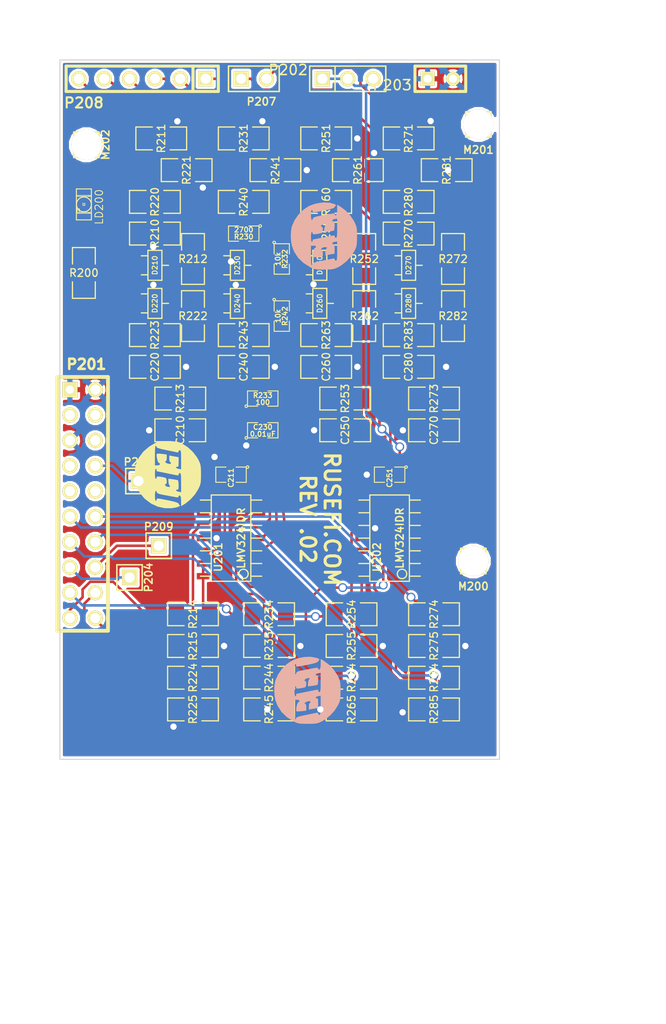
<source format=kicad_pcb>
(kicad_pcb (version 3) (host pcbnew "(2013-07-07 BZR 4022)-stable")
  (title_block (title "Analgo Protection board for RUSEFI.com") (rev .01) (company RUSEFI.com))
  (layers (15 F.Cu signal) (0 B.Cu signal) (18 B.Paste user) (19 F.Paste user) (20 B.SilkS user hide) (21 F.SilkS user hide) (22 B.Mask user) (23 F.Mask user) (28 Edge.Cuts user))
  (net 0 "")
  (net 1 /5V)
  (net 2 /INP1)
  (net 3 /INP2)
  (net 4 /INP3)
  (net 5 /INP4)
  (net 6 /INP5)
  (net 7 /INP6)
  (net 8 /INP7)
  (net 9 /INP8)
  (net 10 /OUT1)
  (net 11 /OUT2)
  (net 12 /OUT3)
  (net 13 /OUT4)
  (net 14 /OUT5)
  (net 15 /OUT6)
  (net 16 /OUT7)
  (net 17 /OUT8)
  (net 18 /PA4)
  (net 19 /PA5)
  (net 20 /PC0)
  (net 21 GND)
  (net 22 N-0000013)
  (net 23 N-0000014)
  (net 24 N-0000017)
  (net 25 N-0000019)
  (net 26 N-0000020)
  (net 27 N-0000021)
  (net 28 N-0000022)
  (net 29 N-0000023)
  (net 30 N-0000025)
  (net 31 N-0000026)
  (net 32 N-0000027)
  (net 33 N-0000028)
  (net 34 N-0000029)
  (net 35 N-000004)
  (net 36 N-0000041)
  (net 37 N-0000042)
  (net 38 N-0000047)
  (net 39 N-000005)
  (net 40 N-0000050)
  (net 41 N-0000053)
  (net 42 N-0000058)
  (net 43 N-0000059)
  (net 44 N-0000060)
  (net 45 N-0000065)
  (net 46 N-0000067)
  (module PIN_ARRAY_1 (layer F.Cu) (at 128.651 102.489 270)
    (fp_text reference M202 (at 0 -1.905 270) (layer F.SilkS) (effects (font (size 0.762 0.762) (thickness 0.1524))))
    (fp_text value CONN_1 hide)
    (pad 1 thru_hole circle (at 0 0 270) (size 3 3) (drill 3) (layers *.Cu *.Mask F.SilkS))
  )
  (module PIN_ARRAY_1 (layer F.Cu) (at 167.894 100.457 90)
    (fp_text reference M201 (at -2.54 0 180) (layer F.SilkS) (effects (font (size 0.762 0.762) (thickness 0.1524))))
    (fp_text value CONN_1 hide)
    (pad 1 thru_hole circle (at 0 0 90) (size 3 3) (drill 3) (layers *.Cu *.Mask F.SilkS))
  )
  (module PIN_ARRAY_1 (layer F.Cu) (at 167.386 144.145 90)
    (fp_text reference M200 (at -2.54 0 180) (layer F.SilkS) (effects (font (size 0.762 0.762) (thickness 0.1524))))
    (fp_text value CONN_1 hide)
    (pad 1 thru_hole circle (at 0 0 90) (size 3 3) (drill 3) (layers *.Cu *.Mask F.SilkS))
  )
  (module SM1206 (layer F.Cu) (at 139.319 152.654)
    (fp_text reference R215 (at 0 0 90) (layer F.SilkS) (effects (font (size 0.762 0.762) (thickness 0.127))))
    (fp_text value 1500 hide)
    (pad 1 smd rect (at -1.651 0) (size 1.524 2.032) (layers F.Cu F.Paste F.Mask) (net 10 /OUT1))
    (pad 2 smd rect (at 1.651 0) (size 1.524 2.032) (layers F.Cu F.Paste F.Mask) (net 21 GND))
  )
  (module SM1206 (layer F.Cu) (at 139.319 149.479 180)
    (fp_text reference R214 (at 0 0 270) (layer F.SilkS) (effects (font (size 0.762 0.762) (thickness 0.127))))
    (fp_text value 1500 hide)
    (pad 1 smd rect (at -1.651 0 180) (size 1.524 2.032) (layers F.Cu F.Paste F.Mask) (net 45 N-0000065))
    (pad 2 smd rect (at 1.651 0 180) (size 1.524 2.032) (layers F.Cu F.Paste F.Mask) (net 10 /OUT1))
  )
  (module PIN_ARRAY_10X2 (layer F.Cu) (at 128.27 138.43 270)
    (fp_text reference P201 (at -13.97 -0.381 360) (layer F.SilkS) (effects (font (size 1.016 1.016) (thickness 0.254))))
    (fp_text value CONN_10X2 hide)
    (pad 1 thru_hole rect (at -11.43 1.27 270) (size 1.524 1.524) (drill 0.8128) (layers *.Cu *.Mask F.SilkS) (net 21 GND))
    (pad 2 thru_hole circle (at -11.43 -1.27 270) (size 1.524 1.524) (drill 1.016) (layers *.Cu *.Mask F.SilkS) (net 21 GND))
    (pad 3 thru_hole circle (at -8.89 1.27 270) (size 1.524 1.524) (drill 1.016) (layers *.Cu *.Mask F.SilkS))
    (pad 4 thru_hole circle (at -8.89 -1.27 270) (size 1.524 1.524) (drill 1.016) (layers *.Cu *.Mask F.SilkS))
    (pad 5 thru_hole circle (at -6.35 1.27 270) (size 1.524 1.524) (drill 1.016) (layers *.Cu *.Mask F.SilkS) (net 21 GND))
    (pad 6 thru_hole circle (at -6.35 -1.27 270) (size 1.524 1.524) (drill 1.016) (layers *.Cu *.Mask F.SilkS))
    (pad 7 thru_hole circle (at -3.81 1.27 270) (size 1.524 1.524) (drill 1.016) (layers *.Cu *.Mask F.SilkS))
    (pad 8 thru_hole circle (at -3.81 -1.27 270) (size 1.524 1.524) (drill 1.016) (layers *.Cu *.Mask F.SilkS) (net 20 /PC0))
    (pad 9 thru_hole circle (at -1.27 1.27 270) (size 1.524 1.524) (drill 1.016) (layers *.Cu *.Mask F.SilkS))
    (pad 10 thru_hole circle (at -1.27 -1.27 270) (size 1.524 1.524) (drill 1.016) (layers *.Cu *.Mask F.SilkS))
    (pad 11 thru_hole circle (at 1.27 1.27 270) (size 1.524 1.524) (drill 1.016) (layers *.Cu *.Mask F.SilkS) (net 17 /OUT8))
    (pad 12 thru_hole circle (at 1.27 -1.27 270) (size 1.524 1.524) (drill 1.016) (layers *.Cu *.Mask F.SilkS) (net 16 /OUT7))
    (pad 13 thru_hole circle (at 3.81 1.27 270) (size 1.524 1.524) (drill 1.016) (layers *.Cu *.Mask F.SilkS) (net 15 /OUT6))
    (pad 14 thru_hole circle (at 3.81 -1.27 270) (size 1.524 1.524) (drill 1.016) (layers *.Cu *.Mask F.SilkS) (net 14 /OUT5))
    (pad 15 thru_hole circle (at 6.35 1.27 270) (size 1.524 1.524) (drill 1.016) (layers *.Cu *.Mask F.SilkS) (net 19 /PA5))
    (pad 16 thru_hole circle (at 6.35 -1.27 270) (size 1.524 1.524) (drill 1.016) (layers *.Cu *.Mask F.SilkS) (net 18 /PA4))
    (pad 17 thru_hole circle (at 8.89 1.27 270) (size 1.524 1.524) (drill 1.016) (layers *.Cu *.Mask F.SilkS) (net 12 /OUT3))
    (pad 18 thru_hole circle (at 8.89 -1.27 270) (size 1.524 1.524) (drill 1.016) (layers *.Cu *.Mask F.SilkS) (net 13 /OUT4))
    (pad 19 thru_hole circle (at 11.43 1.27 270) (size 1.524 1.524) (drill 1.016) (layers *.Cu *.Mask F.SilkS) (net 10 /OUT1))
    (pad 20 thru_hole circle (at 11.43 -1.27 270) (size 1.524 1.524) (drill 1.016) (layers *.Cu *.Mask F.SilkS) (net 11 /OUT2))
  )
  (module SM1206 (layer F.Cu) (at 136.144 101.854)
    (fp_text reference R211 (at 0 0 90) (layer F.SilkS) (effects (font (size 0.762 0.762) (thickness 0.127))))
    (fp_text value 500K hide)
    (pad 1 smd rect (at -1.651 0) (size 1.524 2.032) (layers F.Cu F.Paste F.Mask) (net 2 /INP1))
    (pad 2 smd rect (at 1.651 0) (size 1.524 2.032) (layers F.Cu F.Paste F.Mask) (net 21 GND))
  )
  (module SM1206 (layer F.Cu) (at 139.319 159.004 180)
    (fp_text reference R225 (at 0 0 270) (layer F.SilkS) (effects (font (size 0.762 0.762) (thickness 0.127))))
    (fp_text value 1500 hide)
    (pad 1 smd rect (at -1.651 0 180) (size 1.524 2.032) (layers F.Cu F.Paste F.Mask) (net 11 /OUT2))
    (pad 2 smd rect (at 1.651 0 180) (size 1.524 2.032) (layers F.Cu F.Paste F.Mask) (net 21 GND))
  )
  (module SM1206 (layer F.Cu) (at 139.319 155.829)
    (fp_text reference R224 (at 0 0 90) (layer F.SilkS) (effects (font (size 0.762 0.762) (thickness 0.127))))
    (fp_text value 1500 hide)
    (pad 1 smd rect (at -1.651 0) (size 1.524 2.032) (layers F.Cu F.Paste F.Mask) (net 41 N-0000053))
    (pad 2 smd rect (at 1.651 0) (size 1.524 2.032) (layers F.Cu F.Paste F.Mask) (net 11 /OUT2))
  )
  (module SM1206 (layer F.Cu) (at 138.684 105.029)
    (fp_text reference R221 (at 0 0 90) (layer F.SilkS) (effects (font (size 0.762 0.762) (thickness 0.127))))
    (fp_text value 500K hide)
    (pad 1 smd rect (at -1.651 0) (size 1.524 2.032) (layers F.Cu F.Paste F.Mask) (net 3 /INP2))
    (pad 2 smd rect (at 1.651 0) (size 1.524 2.032) (layers F.Cu F.Paste F.Mask) (net 21 GND))
  )
  (module SM1206 (layer F.Cu) (at 146.939 152.654)
    (fp_text reference R235 (at 0 0 90) (layer F.SilkS) (effects (font (size 0.762 0.762) (thickness 0.127))))
    (fp_text value 1500 hide)
    (pad 1 smd rect (at -1.651 0) (size 1.524 2.032) (layers F.Cu F.Paste F.Mask) (net 12 /OUT3))
    (pad 2 smd rect (at 1.651 0) (size 1.524 2.032) (layers F.Cu F.Paste F.Mask) (net 21 GND))
  )
  (module SM1206 (layer F.Cu) (at 146.939 149.479 180)
    (fp_text reference R234 (at 0 0 270) (layer F.SilkS) (effects (font (size 0.762 0.762) (thickness 0.127))))
    (fp_text value 1500 hide)
    (pad 1 smd rect (at -1.651 0 180) (size 1.524 2.032) (layers F.Cu F.Paste F.Mask) (net 40 N-0000050))
    (pad 2 smd rect (at 1.651 0 180) (size 1.524 2.032) (layers F.Cu F.Paste F.Mask) (net 12 /OUT3))
  )
  (module SM1206 (layer F.Cu) (at 144.399 101.854)
    (fp_text reference R231 (at 0 0 90) (layer F.SilkS) (effects (font (size 0.762 0.762) (thickness 0.127))))
    (fp_text value 500K hide)
    (pad 1 smd rect (at -1.651 0) (size 1.524 2.032) (layers F.Cu F.Paste F.Mask) (net 4 /INP3))
    (pad 2 smd rect (at 1.651 0) (size 1.524 2.032) (layers F.Cu F.Paste F.Mask) (net 21 GND))
  )
  (module SM1206 (layer F.Cu) (at 147.574 105.029)
    (fp_text reference R241 (at 0 0 90) (layer F.SilkS) (effects (font (size 0.762 0.762) (thickness 0.127))))
    (fp_text value 500K hide)
    (pad 1 smd rect (at -1.651 0) (size 1.524 2.032) (layers F.Cu F.Paste F.Mask) (net 5 /INP4))
    (pad 2 smd rect (at 1.651 0) (size 1.524 2.032) (layers F.Cu F.Paste F.Mask) (net 21 GND))
  )
  (module SM1206 (layer F.Cu) (at 146.939 155.829)
    (fp_text reference R244 (at 0 0 90) (layer F.SilkS) (effects (font (size 0.762 0.762) (thickness 0.127))))
    (fp_text value 1500 hide)
    (pad 1 smd rect (at -1.651 0) (size 1.524 2.032) (layers F.Cu F.Paste F.Mask) (net 38 N-0000047))
    (pad 2 smd rect (at 1.651 0) (size 1.524 2.032) (layers F.Cu F.Paste F.Mask) (net 13 /OUT4))
  )
  (module SM1206 (layer F.Cu) (at 146.939 159.004 180)
    (fp_text reference R245 (at 0 0 270) (layer F.SilkS) (effects (font (size 0.762 0.762) (thickness 0.127))))
    (fp_text value 1500 hide)
    (pad 1 smd rect (at -1.651 0 180) (size 1.524 2.032) (layers F.Cu F.Paste F.Mask) (net 13 /OUT4))
    (pad 2 smd rect (at 1.651 0 180) (size 1.524 2.032) (layers F.Cu F.Paste F.Mask) (net 21 GND))
  )
  (module SM1206 (layer F.Cu) (at 138.049 127.889)
    (fp_text reference R213 (at 0 0 90) (layer F.SilkS) (effects (font (size 0.762 0.762) (thickness 0.127))))
    (fp_text value 100 hide)
    (pad 1 smd rect (at -1.651 0) (size 1.524 2.032) (layers F.Cu F.Paste F.Mask) (net 24 N-0000017))
    (pad 2 smd rect (at 1.651 0) (size 1.524 2.032) (layers F.Cu F.Paste F.Mask) (net 43 N-0000059))
  )
  (module SM1206 (layer F.Cu) (at 135.509 111.379 180)
    (fp_text reference R210 (at 0 0 270) (layer F.SilkS) (effects (font (size 0.762 0.762) (thickness 0.127))))
    (fp_text value 2700 hide)
    (pad 1 smd rect (at -1.651 0 180) (size 1.524 2.032) (layers F.Cu F.Paste F.Mask) (net 2 /INP1))
    (pad 2 smd rect (at 1.651 0 180) (size 1.524 2.032) (layers F.Cu F.Paste F.Mask) (net 1 /5V))
  )
  (module SM1206 (layer F.Cu) (at 135.509 124.714 180)
    (fp_text reference C220 (at 0 0 270) (layer F.SilkS) (effects (font (size 0.762 0.762) (thickness 0.127))))
    (fp_text value 0.01uF hide)
    (pad 1 smd rect (at -1.651 0 180) (size 1.524 2.032) (layers F.Cu F.Paste F.Mask) (net 21 GND))
    (pad 2 smd rect (at 1.651 0 180) (size 1.524 2.032) (layers F.Cu F.Paste F.Mask) (net 42 N-0000058))
  )
  (module SM1206 (layer F.Cu) (at 138.049 131.064)
    (fp_text reference C210 (at 0 0 90) (layer F.SilkS) (effects (font (size 0.762 0.762) (thickness 0.127))))
    (fp_text value 0.01uF hide)
    (pad 1 smd rect (at -1.651 0) (size 1.524 2.032) (layers F.Cu F.Paste F.Mask) (net 21 GND))
    (pad 2 smd rect (at 1.651 0) (size 1.524 2.032) (layers F.Cu F.Paste F.Mask) (net 43 N-0000059))
  )
  (module SM1206 (layer F.Cu) (at 135.509 121.539 180)
    (fp_text reference R223 (at 0 0 270) (layer F.SilkS) (effects (font (size 0.762 0.762) (thickness 0.127))))
    (fp_text value 100 hide)
    (pad 1 smd rect (at -1.651 0 180) (size 1.524 2.032) (layers F.Cu F.Paste F.Mask) (net 39 N-000005))
    (pad 2 smd rect (at 1.651 0 180) (size 1.524 2.032) (layers F.Cu F.Paste F.Mask) (net 42 N-0000058))
  )
  (module SM1206 (layer F.Cu) (at 135.509 108.204 180)
    (fp_text reference R220 (at 0 0 270) (layer F.SilkS) (effects (font (size 0.762 0.762) (thickness 0.127))))
    (fp_text value 2700 hide)
    (pad 1 smd rect (at -1.651 0 180) (size 1.524 2.032) (layers F.Cu F.Paste F.Mask) (net 3 /INP2))
    (pad 2 smd rect (at 1.651 0 180) (size 1.524 2.032) (layers F.Cu F.Paste F.Mask) (net 1 /5V))
  )
  (module SM1206 (layer F.Cu) (at 144.399 121.539 180)
    (fp_text reference R243 (at 0 0 270) (layer F.SilkS) (effects (font (size 0.762 0.762) (thickness 0.127))))
    (fp_text value 100 hide)
    (pad 1 smd rect (at -1.651 0 180) (size 1.524 2.032) (layers F.Cu F.Paste F.Mask) (net 35 N-000004))
    (pad 2 smd rect (at 1.651 0 180) (size 1.524 2.032) (layers F.Cu F.Paste F.Mask) (net 29 N-0000023))
  )
  (module SM1206 (layer F.Cu) (at 144.399 108.204 180)
    (fp_text reference R240 (at 0 0 270) (layer F.SilkS) (effects (font (size 0.762 0.762) (thickness 0.127))))
    (fp_text value 2700 hide)
    (pad 1 smd rect (at -1.651 0 180) (size 1.524 2.032) (layers F.Cu F.Paste F.Mask) (net 5 /INP4))
    (pad 2 smd rect (at 1.651 0 180) (size 1.524 2.032) (layers F.Cu F.Paste F.Mask) (net 1 /5V))
  )
  (module SM1206 (layer F.Cu) (at 155.194 152.654)
    (fp_text reference R255 (at 0 0 90) (layer F.SilkS) (effects (font (size 0.762 0.762) (thickness 0.127))))
    (fp_text value 1500 hide)
    (pad 1 smd rect (at -1.651 0) (size 1.524 2.032) (layers F.Cu F.Paste F.Mask) (net 14 /OUT5))
    (pad 2 smd rect (at 1.651 0) (size 1.524 2.032) (layers F.Cu F.Paste F.Mask) (net 21 GND))
  )
  (module SM1206 (layer F.Cu) (at 152.654 108.204 180)
    (fp_text reference R260 (at 0 0 270) (layer F.SilkS) (effects (font (size 0.762 0.762) (thickness 0.127))))
    (fp_text value 2700 hide)
    (pad 1 smd rect (at -1.651 0 180) (size 1.524 2.032) (layers F.Cu F.Paste F.Mask) (net 7 /INP6))
    (pad 2 smd rect (at 1.651 0 180) (size 1.524 2.032) (layers F.Cu F.Paste F.Mask) (net 1 /5V))
  )
  (module SM1206 (layer F.Cu) (at 152.654 121.539 180)
    (fp_text reference R263 (at 0 0 270) (layer F.SilkS) (effects (font (size 0.762 0.762) (thickness 0.127))))
    (fp_text value 100 hide)
    (pad 1 smd rect (at -1.651 0 180) (size 1.524 2.032) (layers F.Cu F.Paste F.Mask) (net 23 N-0000014))
    (pad 2 smd rect (at 1.651 0 180) (size 1.524 2.032) (layers F.Cu F.Paste F.Mask) (net 31 N-0000026))
  )
  (module SM1206 (layer F.Cu) (at 152.654 111.379 180)
    (fp_text reference R250 (at 0 0 270) (layer F.SilkS) (effects (font (size 0.762 0.762) (thickness 0.127))))
    (fp_text value 2700 hide)
    (pad 1 smd rect (at -1.651 0 180) (size 1.524 2.032) (layers F.Cu F.Paste F.Mask) (net 6 /INP5))
    (pad 2 smd rect (at 1.651 0 180) (size 1.524 2.032) (layers F.Cu F.Paste F.Mask) (net 1 /5V))
  )
  (module SM1206 (layer F.Cu) (at 154.559 127.889)
    (fp_text reference R253 (at 0 0 90) (layer F.SilkS) (effects (font (size 0.762 0.762) (thickness 0.127))))
    (fp_text value 100 hide)
    (pad 1 smd rect (at -1.651 0) (size 1.524 2.032) (layers F.Cu F.Paste F.Mask) (net 22 N-0000013))
    (pad 2 smd rect (at 1.651 0) (size 1.524 2.032) (layers F.Cu F.Paste F.Mask) (net 32 N-0000027))
  )
  (module SM1206 (layer F.Cu) (at 139.319 119.634 270)
    (fp_text reference R222 (at 0 0 360) (layer F.SilkS) (effects (font (size 0.762 0.762) (thickness 0.127))))
    (fp_text value 10k hide)
    (pad 1 smd rect (at -1.651 0 270) (size 1.524 2.032) (layers F.Cu F.Paste F.Mask) (net 3 /INP2))
    (pad 2 smd rect (at 1.651 0 270) (size 1.524 2.032) (layers F.Cu F.Paste F.Mask) (net 39 N-000005))
  )
  (module SM1206 (layer F.Cu) (at 139.319 113.919 270)
    (fp_text reference R212 (at 0 0 360) (layer F.SilkS) (effects (font (size 0.762 0.762) (thickness 0.127))))
    (fp_text value 10k hide)
    (pad 1 smd rect (at -1.651 0 270) (size 1.524 2.032) (layers F.Cu F.Paste F.Mask) (net 2 /INP1))
    (pad 2 smd rect (at 1.651 0 270) (size 1.524 2.032) (layers F.Cu F.Paste F.Mask) (net 24 N-0000017))
  )
  (module SM1206 (layer F.Cu) (at 152.654 101.854)
    (fp_text reference R251 (at 0 0 90) (layer F.SilkS) (effects (font (size 0.762 0.762) (thickness 0.127))))
    (fp_text value 500K hide)
    (pad 1 smd rect (at -1.651 0) (size 1.524 2.032) (layers F.Cu F.Paste F.Mask) (net 6 /INP5))
    (pad 2 smd rect (at 1.651 0) (size 1.524 2.032) (layers F.Cu F.Paste F.Mask) (net 21 GND))
  )
  (module SM1206 (layer F.Cu) (at 155.194 149.479 180)
    (fp_text reference R254 (at 0 0 270) (layer F.SilkS) (effects (font (size 0.762 0.762) (thickness 0.127))))
    (fp_text value 1500 hide)
    (pad 1 smd rect (at -1.651 0 180) (size 1.524 2.032) (layers F.Cu F.Paste F.Mask) (net 34 N-0000029))
    (pad 2 smd rect (at 1.651 0 180) (size 1.524 2.032) (layers F.Cu F.Paste F.Mask) (net 14 /OUT5))
  )
  (module SM1206 (layer F.Cu) (at 128.397 115.316 90)
    (fp_text reference R200 (at 0 0 180) (layer F.SilkS) (effects (font (size 0.762 0.762) (thickness 0.127))))
    (fp_text value 100 hide)
    (pad 1 smd rect (at -1.651 0 90) (size 1.524 2.032) (layers F.Cu F.Paste F.Mask) (net 1 /5V))
    (pad 2 smd rect (at 1.651 0 90) (size 1.524 2.032) (layers F.Cu F.Paste F.Mask) (net 30 N-0000025))
  )
  (module PIN_ARRAY_3X1 (layer F.Cu) (at 154.813 95.885)
    (fp_text reference P202 (at -5.969 -0.889) (layer F.SilkS) (effects (font (size 1.016 1.016) (thickness 0.1524))))
    (fp_text value CONN_3 hide)
    (pad 1 thru_hole rect (at -2.54 0) (size 1.524 1.524) (drill 1.016) (layers *.Cu *.Mask F.SilkS) (net 1 /5V))
    (pad 2 thru_hole circle (at 0 0) (size 1.524 1.524) (drill 1.016) (layers *.Cu *.Mask F.SilkS) (net 1 /5V))
    (pad 3 thru_hole circle (at 2.54 0) (size 1.524 1.524) (drill 1.016) (layers *.Cu *.Mask F.SilkS) (net 1 /5V))
  )
  (module LED-1206 (layer F.Cu) (at 128.397 108.458 270)
    (fp_text reference LD200 (at 0.254 -1.524 270) (layer F.SilkS) (effects (font (size 0.762 0.762) (thickness 0.0889))))
    (fp_text value LED hide)
    (pad 1 smd rect (at -1.41986 0 270) (size 1.59766 1.80086) (layers F.Cu F.Paste F.Mask) (net 21 GND))
    (pad 2 smd rect (at 1.41986 0 270) (size 1.59766 1.80086) (layers F.Cu F.Paste F.Mask) (net 30 N-0000025))
  )
  (module sot23 (layer F.Cu) (at 143.764 114.554 270)
    (fp_text reference D230 (at 0 0 270) (layer F.SilkS) (effects (font (size 0.50038 0.50038) (thickness 0.09906))))
    (fp_text value DOUBLE_SCHOTTKY hide)
    (pad 1 smd rect (at -0.9525 1.05664 270) (size 0.59944 1.00076) (layers F.Cu F.Paste F.Mask) (net 21 GND))
    (pad 2 smd rect (at 0 -1.05664 270) (size 0.59944 1.00076) (layers F.Cu F.Paste F.Mask) (net 46 N-0000067))
    (pad 3 smd rect (at 0.9525 1.05664 270) (size 0.59944 1.00076) (layers F.Cu F.Paste F.Mask) (net 1 /5V))
  )
  (module sot23 (layer F.Cu) (at 135.509 118.364 270)
    (fp_text reference D220 (at 0 0 270) (layer F.SilkS) (effects (font (size 0.50038 0.50038) (thickness 0.09906))))
    (fp_text value DOUBLE_SCHOTTKY hide)
    (pad 1 smd rect (at -0.9525 1.05664 270) (size 0.59944 1.00076) (layers F.Cu F.Paste F.Mask) (net 21 GND))
    (pad 2 smd rect (at 0 -1.05664 270) (size 0.59944 1.00076) (layers F.Cu F.Paste F.Mask) (net 39 N-000005))
    (pad 3 smd rect (at 0.9525 1.05664 270) (size 0.59944 1.00076) (layers F.Cu F.Paste F.Mask) (net 1 /5V))
  )
  (module sot23 (layer F.Cu) (at 143.764 118.364 270)
    (fp_text reference D240 (at 0 0 270) (layer F.SilkS) (effects (font (size 0.50038 0.50038) (thickness 0.09906))))
    (fp_text value DOUBLE_SCHOTTKY hide)
    (pad 1 smd rect (at -0.9525 1.05664 270) (size 0.59944 1.00076) (layers F.Cu F.Paste F.Mask) (net 21 GND))
    (pad 2 smd rect (at 0 -1.05664 270) (size 0.59944 1.00076) (layers F.Cu F.Paste F.Mask) (net 35 N-000004))
    (pad 3 smd rect (at 0.9525 1.05664 270) (size 0.59944 1.00076) (layers F.Cu F.Paste F.Mask) (net 1 /5V))
  )
  (module sot23 (layer F.Cu) (at 135.509 114.554 270)
    (fp_text reference D210 (at 0 0 270) (layer F.SilkS) (effects (font (size 0.50038 0.50038) (thickness 0.09906))))
    (fp_text value DOUBLE_SCHOTTKY hide)
    (pad 1 smd rect (at -0.9525 1.05664 270) (size 0.59944 1.00076) (layers F.Cu F.Paste F.Mask) (net 21 GND))
    (pad 2 smd rect (at 0 -1.05664 270) (size 0.59944 1.00076) (layers F.Cu F.Paste F.Mask) (net 24 N-0000017))
    (pad 3 smd rect (at 0.9525 1.05664 270) (size 0.59944 1.00076) (layers F.Cu F.Paste F.Mask) (net 1 /5V))
  )
  (module SM1206 (layer F.Cu) (at 144.399 124.714 180)
    (fp_text reference C240 (at 0 0 270) (layer F.SilkS) (effects (font (size 0.762 0.762) (thickness 0.127))))
    (fp_text value 0.01uF hide)
    (pad 1 smd rect (at -1.651 0 180) (size 1.524 2.032) (layers F.Cu F.Paste F.Mask) (net 21 GND))
    (pad 2 smd rect (at 1.651 0 180) (size 1.524 2.032) (layers F.Cu F.Paste F.Mask) (net 29 N-0000023))
  )
  (module SM1206 (layer F.Cu) (at 154.559 131.064)
    (fp_text reference C250 (at 0 0 90) (layer F.SilkS) (effects (font (size 0.762 0.762) (thickness 0.127))))
    (fp_text value 0.01uF hide)
    (pad 1 smd rect (at -1.651 0) (size 1.524 2.032) (layers F.Cu F.Paste F.Mask) (net 21 GND))
    (pad 2 smd rect (at 1.651 0) (size 1.524 2.032) (layers F.Cu F.Paste F.Mask) (net 32 N-0000027))
  )
  (module SM1206 (layer F.Cu) (at 152.654 124.714 180)
    (fp_text reference C260 (at 0 0 270) (layer F.SilkS) (effects (font (size 0.762 0.762) (thickness 0.127))))
    (fp_text value 0.01uF hide)
    (pad 1 smd rect (at -1.651 0 180) (size 1.524 2.032) (layers F.Cu F.Paste F.Mask) (net 21 GND))
    (pad 2 smd rect (at 1.651 0 180) (size 1.524 2.032) (layers F.Cu F.Paste F.Mask) (net 31 N-0000026))
  )
  (module SM1206 (layer F.Cu) (at 155.829 105.029)
    (fp_text reference R261 (at 0 0 90) (layer F.SilkS) (effects (font (size 0.762 0.762) (thickness 0.127))))
    (fp_text value 500K hide)
    (pad 1 smd rect (at -1.651 0) (size 1.524 2.032) (layers F.Cu F.Paste F.Mask) (net 7 /INP6))
    (pad 2 smd rect (at 1.651 0) (size 1.524 2.032) (layers F.Cu F.Paste F.Mask) (net 21 GND))
  )
  (module SM1206 (layer F.Cu) (at 160.909 124.714 180)
    (fp_text reference C280 (at 0 0 270) (layer F.SilkS) (effects (font (size 0.762 0.762) (thickness 0.127))))
    (fp_text value 0.01uF hide)
    (pad 1 smd rect (at -1.651 0 180) (size 1.524 2.032) (layers F.Cu F.Paste F.Mask) (net 21 GND))
    (pad 2 smd rect (at 1.651 0 180) (size 1.524 2.032) (layers F.Cu F.Paste F.Mask) (net 25 N-0000019))
  )
  (module SM1206 (layer F.Cu) (at 163.449 131.064)
    (fp_text reference C270 (at 0 0 90) (layer F.SilkS) (effects (font (size 0.762 0.762) (thickness 0.127))))
    (fp_text value 0.01uF hide)
    (pad 1 smd rect (at -1.651 0) (size 1.524 2.032) (layers F.Cu F.Paste F.Mask) (net 21 GND))
    (pad 2 smd rect (at 1.651 0) (size 1.524 2.032) (layers F.Cu F.Paste F.Mask) (net 26 N-0000020))
  )
  (module SM1206 (layer F.Cu) (at 163.449 149.479 180)
    (fp_text reference R274 (at 0 0 270) (layer F.SilkS) (effects (font (size 0.762 0.762) (thickness 0.127))))
    (fp_text value 1500 hide)
    (pad 1 smd rect (at -1.651 0 180) (size 1.524 2.032) (layers F.Cu F.Paste F.Mask) (net 28 N-0000022))
    (pad 2 smd rect (at 1.651 0 180) (size 1.524 2.032) (layers F.Cu F.Paste F.Mask) (net 16 /OUT7))
  )
  (module SM1206 (layer F.Cu) (at 163.449 152.654)
    (fp_text reference R275 (at 0 0 90) (layer F.SilkS) (effects (font (size 0.762 0.762) (thickness 0.127))))
    (fp_text value 1500 hide)
    (pad 1 smd rect (at -1.651 0) (size 1.524 2.032) (layers F.Cu F.Paste F.Mask) (net 16 /OUT7))
    (pad 2 smd rect (at 1.651 0) (size 1.524 2.032) (layers F.Cu F.Paste F.Mask) (net 21 GND))
  )
  (module SM1206 (layer F.Cu) (at 160.909 108.204 180)
    (fp_text reference R280 (at 0 0 270) (layer F.SilkS) (effects (font (size 0.762 0.762) (thickness 0.127))))
    (fp_text value 2700 hide)
    (pad 1 smd rect (at -1.651 0 180) (size 1.524 2.032) (layers F.Cu F.Paste F.Mask) (net 9 /INP8))
    (pad 2 smd rect (at 1.651 0 180) (size 1.524 2.032) (layers F.Cu F.Paste F.Mask) (net 1 /5V))
  )
  (module SM1206 (layer F.Cu) (at 160.909 121.539 180)
    (fp_text reference R283 (at 0 0 270) (layer F.SilkS) (effects (font (size 0.762 0.762) (thickness 0.127))))
    (fp_text value 100 hide)
    (pad 1 smd rect (at -1.651 0 180) (size 1.524 2.032) (layers F.Cu F.Paste F.Mask) (net 37 N-0000042))
    (pad 2 smd rect (at 1.651 0 180) (size 1.524 2.032) (layers F.Cu F.Paste F.Mask) (net 25 N-0000019))
  )
  (module SM1206 (layer F.Cu) (at 160.909 111.379 180)
    (fp_text reference R270 (at 0 0 270) (layer F.SilkS) (effects (font (size 0.762 0.762) (thickness 0.127))))
    (fp_text value 2700 hide)
    (pad 1 smd rect (at -1.651 0 180) (size 1.524 2.032) (layers F.Cu F.Paste F.Mask) (net 8 /INP7))
    (pad 2 smd rect (at 1.651 0 180) (size 1.524 2.032) (layers F.Cu F.Paste F.Mask) (net 1 /5V))
  )
  (module SM1206 (layer F.Cu) (at 163.449 127.889)
    (fp_text reference R273 (at 0 0 90) (layer F.SilkS) (effects (font (size 0.762 0.762) (thickness 0.127))))
    (fp_text value 100 hide)
    (pad 1 smd rect (at -1.651 0) (size 1.524 2.032) (layers F.Cu F.Paste F.Mask) (net 36 N-0000041))
    (pad 2 smd rect (at 1.651 0) (size 1.524 2.032) (layers F.Cu F.Paste F.Mask) (net 26 N-0000020))
  )
  (module SM1206 (layer F.Cu) (at 163.449 159.004 180)
    (fp_text reference R285 (at 0 0 270) (layer F.SilkS) (effects (font (size 0.762 0.762) (thickness 0.127))))
    (fp_text value 1500 hide)
    (pad 1 smd rect (at -1.651 0 180) (size 1.524 2.032) (layers F.Cu F.Paste F.Mask) (net 17 /OUT8))
    (pad 2 smd rect (at 1.651 0 180) (size 1.524 2.032) (layers F.Cu F.Paste F.Mask) (net 21 GND))
  )
  (module SM1206 (layer F.Cu) (at 163.449 155.829)
    (fp_text reference R284 (at 0 0 90) (layer F.SilkS) (effects (font (size 0.762 0.762) (thickness 0.127))))
    (fp_text value 1500 hide)
    (pad 1 smd rect (at -1.651 0) (size 1.524 2.032) (layers F.Cu F.Paste F.Mask) (net 27 N-0000021))
    (pad 2 smd rect (at 1.651 0) (size 1.524 2.032) (layers F.Cu F.Paste F.Mask) (net 17 /OUT8))
  )
  (module SM1206 (layer F.Cu) (at 164.719 105.029)
    (fp_text reference R281 (at 0 0 90) (layer F.SilkS) (effects (font (size 0.762 0.762) (thickness 0.127))))
    (fp_text value 500K hide)
    (pad 1 smd rect (at -1.651 0) (size 1.524 2.032) (layers F.Cu F.Paste F.Mask) (net 9 /INP8))
    (pad 2 smd rect (at 1.651 0) (size 1.524 2.032) (layers F.Cu F.Paste F.Mask) (net 21 GND))
  )
  (module SM1206 (layer F.Cu) (at 160.909 101.854)
    (fp_text reference R271 (at 0 0 90) (layer F.SilkS) (effects (font (size 0.762 0.762) (thickness 0.127))))
    (fp_text value 500K hide)
    (pad 1 smd rect (at -1.651 0) (size 1.524 2.032) (layers F.Cu F.Paste F.Mask) (net 8 /INP7))
    (pad 2 smd rect (at 1.651 0) (size 1.524 2.032) (layers F.Cu F.Paste F.Mask) (net 21 GND))
  )
  (module sot23 (layer F.Cu) (at 152.019 118.364 270)
    (fp_text reference D260 (at 0 0 270) (layer F.SilkS) (effects (font (size 0.50038 0.50038) (thickness 0.09906))))
    (fp_text value DOUBLE_SCHOTTKY hide)
    (pad 1 smd rect (at -0.9525 1.05664 270) (size 0.59944 1.00076) (layers F.Cu F.Paste F.Mask) (net 21 GND))
    (pad 2 smd rect (at 0 -1.05664 270) (size 0.59944 1.00076) (layers F.Cu F.Paste F.Mask) (net 23 N-0000014))
    (pad 3 smd rect (at 0.9525 1.05664 270) (size 0.59944 1.00076) (layers F.Cu F.Paste F.Mask) (net 1 /5V))
  )
  (module sot23 (layer F.Cu) (at 152.019 114.554 270)
    (fp_text reference D250 (at 0 0 270) (layer F.SilkS) (effects (font (size 0.50038 0.50038) (thickness 0.09906))))
    (fp_text value DOUBLE_SCHOTTKY hide)
    (pad 1 smd rect (at -0.9525 1.05664 270) (size 0.59944 1.00076) (layers F.Cu F.Paste F.Mask) (net 21 GND))
    (pad 2 smd rect (at 0 -1.05664 270) (size 0.59944 1.00076) (layers F.Cu F.Paste F.Mask) (net 22 N-0000013))
    (pad 3 smd rect (at 0.9525 1.05664 270) (size 0.59944 1.00076) (layers F.Cu F.Paste F.Mask) (net 1 /5V))
  )
  (module sot23 (layer F.Cu) (at 160.909 118.364 270)
    (fp_text reference D280 (at 0 0 270) (layer F.SilkS) (effects (font (size 0.50038 0.50038) (thickness 0.09906))))
    (fp_text value DOUBLE_SCHOTTKY hide)
    (pad 1 smd rect (at -0.9525 1.05664 270) (size 0.59944 1.00076) (layers F.Cu F.Paste F.Mask) (net 21 GND))
    (pad 2 smd rect (at 0 -1.05664 270) (size 0.59944 1.00076) (layers F.Cu F.Paste F.Mask) (net 37 N-0000042))
    (pad 3 smd rect (at 0.9525 1.05664 270) (size 0.59944 1.00076) (layers F.Cu F.Paste F.Mask) (net 1 /5V))
  )
  (module sot23 (layer F.Cu) (at 160.909 114.554 270)
    (fp_text reference D270 (at 0 0 270) (layer F.SilkS) (effects (font (size 0.50038 0.50038) (thickness 0.09906))))
    (fp_text value DOUBLE_SCHOTTKY hide)
    (pad 1 smd rect (at -0.9525 1.05664 270) (size 0.59944 1.00076) (layers F.Cu F.Paste F.Mask) (net 21 GND))
    (pad 2 smd rect (at 0 -1.05664 270) (size 0.59944 1.00076) (layers F.Cu F.Paste F.Mask) (net 36 N-0000041))
    (pad 3 smd rect (at 0.9525 1.05664 270) (size 0.59944 1.00076) (layers F.Cu F.Paste F.Mask) (net 1 /5V))
  )
  (module SM1206 (layer F.Cu) (at 156.464 113.919 270)
    (fp_text reference R252 (at 0 0 360) (layer F.SilkS) (effects (font (size 0.762 0.762) (thickness 0.127))))
    (fp_text value 10k hide)
    (pad 1 smd rect (at -1.651 0 270) (size 1.524 2.032) (layers F.Cu F.Paste F.Mask) (net 6 /INP5))
    (pad 2 smd rect (at 1.651 0 270) (size 1.524 2.032) (layers F.Cu F.Paste F.Mask) (net 22 N-0000013))
  )
  (module SM1206 (layer F.Cu) (at 156.464 119.634 270)
    (fp_text reference R262 (at 0 0 360) (layer F.SilkS) (effects (font (size 0.762 0.762) (thickness 0.127))))
    (fp_text value 10k hide)
    (pad 1 smd rect (at -1.651 0 270) (size 1.524 2.032) (layers F.Cu F.Paste F.Mask) (net 7 /INP6))
    (pad 2 smd rect (at 1.651 0 270) (size 1.524 2.032) (layers F.Cu F.Paste F.Mask) (net 23 N-0000014))
  )
  (module SM1206 (layer F.Cu) (at 165.354 119.634 270)
    (fp_text reference R282 (at 0 0 360) (layer F.SilkS) (effects (font (size 0.762 0.762) (thickness 0.127))))
    (fp_text value 10k hide)
    (pad 1 smd rect (at -1.651 0 270) (size 1.524 2.032) (layers F.Cu F.Paste F.Mask) (net 9 /INP8))
    (pad 2 smd rect (at 1.651 0 270) (size 1.524 2.032) (layers F.Cu F.Paste F.Mask) (net 37 N-0000042))
  )
  (module SM1206 (layer F.Cu) (at 165.354 113.919 270)
    (fp_text reference R272 (at 0 0 360) (layer F.SilkS) (effects (font (size 0.762 0.762) (thickness 0.127))))
    (fp_text value 10k hide)
    (pad 1 smd rect (at -1.651 0 270) (size 1.524 2.032) (layers F.Cu F.Paste F.Mask) (net 8 /INP7))
    (pad 2 smd rect (at 1.651 0 270) (size 1.524 2.032) (layers F.Cu F.Paste F.Mask) (net 36 N-0000041))
  )
  (module SM1206 (layer F.Cu) (at 155.194 155.829)
    (fp_text reference R264 (at 0 0 90) (layer F.SilkS) (effects (font (size 0.762 0.762) (thickness 0.127))))
    (fp_text value 1500 hide)
    (pad 1 smd rect (at -1.651 0) (size 1.524 2.032) (layers F.Cu F.Paste F.Mask) (net 33 N-0000028))
    (pad 2 smd rect (at 1.651 0) (size 1.524 2.032) (layers F.Cu F.Paste F.Mask) (net 15 /OUT6))
  )
  (module SM1206 (layer F.Cu) (at 155.194 159.004 180)
    (fp_text reference R265 (at 0 0 270) (layer F.SilkS) (effects (font (size 0.762 0.762) (thickness 0.127))))
    (fp_text value 1500 hide)
    (pad 1 smd rect (at -1.651 0 180) (size 1.524 2.032) (layers F.Cu F.Paste F.Mask) (net 15 /OUT6))
    (pad 2 smd rect (at 1.651 0 180) (size 1.524 2.032) (layers F.Cu F.Paste F.Mask) (net 21 GND))
  )
  (module so-14 (layer F.Cu) (at 143.129 141.859 90)
    (fp_text reference U201 (at -1.905 -1.27 90) (layer F.SilkS) (effects (font (size 0.7493 0.7493) (thickness 0.14986))))
    (fp_text value LMV324IDR (at 0 1.016 90) (layer F.SilkS) (effects (font (size 0.7493 0.7493) (thickness 0.14986))))
    (pad 1 smd rect (at -3.81 2.794 90) (size 0.635 1.27) (layers F.Cu F.Paste F.Mask) (net 40 N-0000050))
    (pad 2 smd rect (at -2.54 2.794 90) (size 0.635 1.27) (layers F.Cu F.Paste F.Mask) (net 40 N-0000050))
    (pad 3 smd rect (at -1.27 2.794 90) (size 0.635 1.27) (layers F.Cu F.Paste F.Mask) (net 44 N-0000060))
    (pad 4 smd rect (at 0 2.794 90) (size 0.635 1.27) (layers F.Cu F.Paste F.Mask) (net 1 /5V))
    (pad 5 smd rect (at 1.27 2.794 90) (size 0.635 1.27) (layers F.Cu F.Paste F.Mask) (net 29 N-0000023))
    (pad 6 smd rect (at 2.54 2.794 90) (size 0.635 1.27) (layers F.Cu F.Paste F.Mask) (net 38 N-0000047))
    (pad 7 smd rect (at 3.81 2.794 90) (size 0.635 1.27) (layers F.Cu F.Paste F.Mask) (net 38 N-0000047))
    (pad 8 smd rect (at 3.81 -2.794 90) (size 0.635 1.27) (layers F.Cu F.Paste F.Mask) (net 41 N-0000053))
    (pad 9 smd rect (at 2.54 -2.794 90) (size 0.635 1.27) (layers F.Cu F.Paste F.Mask) (net 42 N-0000058))
    (pad 10 smd rect (at 1.27 -2.794 90) (size 0.635 1.27) (layers F.Cu F.Paste F.Mask) (net 41 N-0000053))
    (pad 11 smd rect (at 0 -2.794 90) (size 0.635 1.27) (layers F.Cu F.Paste F.Mask) (net 21 GND))
    (pad 12 smd rect (at -1.27 -2.794 90) (size 0.635 1.27) (layers F.Cu F.Paste F.Mask) (net 43 N-0000059))
    (pad 13 smd rect (at -2.54 -2.794 90) (size 0.635 1.27) (layers F.Cu F.Paste F.Mask) (net 45 N-0000065))
    (pad 14 smd rect (at -3.81 -2.794 90) (size 0.635 1.27) (layers F.Cu F.Paste F.Mask) (net 45 N-0000065))
  )
  (module so-14 (layer F.Cu) (at 159.004 141.859 90)
    (fp_text reference U202 (at -1.905 -1.27 90) (layer F.SilkS) (effects (font (size 0.7493 0.7493) (thickness 0.14986))))
    (fp_text value LMV324IDR (at 0 1.016 90) (layer F.SilkS) (effects (font (size 0.7493 0.7493) (thickness 0.14986))))
    (pad 1 smd rect (at -3.81 2.794 90) (size 0.635 1.27) (layers F.Cu F.Paste F.Mask) (net 28 N-0000022))
    (pad 2 smd rect (at -2.54 2.794 90) (size 0.635 1.27) (layers F.Cu F.Paste F.Mask) (net 28 N-0000022))
    (pad 3 smd rect (at -1.27 2.794 90) (size 0.635 1.27) (layers F.Cu F.Paste F.Mask) (net 26 N-0000020))
    (pad 4 smd rect (at 0 2.794 90) (size 0.635 1.27) (layers F.Cu F.Paste F.Mask) (net 1 /5V))
    (pad 5 smd rect (at 1.27 2.794 90) (size 0.635 1.27) (layers F.Cu F.Paste F.Mask) (net 25 N-0000019))
    (pad 6 smd rect (at 2.54 2.794 90) (size 0.635 1.27) (layers F.Cu F.Paste F.Mask) (net 27 N-0000021))
    (pad 7 smd rect (at 3.81 2.794 90) (size 0.635 1.27) (layers F.Cu F.Paste F.Mask) (net 27 N-0000021))
    (pad 8 smd rect (at 3.81 -2.794 90) (size 0.635 1.27) (layers F.Cu F.Paste F.Mask) (net 33 N-0000028))
    (pad 9 smd rect (at 2.54 -2.794 90) (size 0.635 1.27) (layers F.Cu F.Paste F.Mask) (net 31 N-0000026))
    (pad 10 smd rect (at 1.27 -2.794 90) (size 0.635 1.27) (layers F.Cu F.Paste F.Mask) (net 33 N-0000028))
    (pad 11 smd rect (at 0 -2.794 90) (size 0.635 1.27) (layers F.Cu F.Paste F.Mask) (net 21 GND))
    (pad 12 smd rect (at -1.27 -2.794 90) (size 0.635 1.27) (layers F.Cu F.Paste F.Mask) (net 32 N-0000027))
    (pad 13 smd rect (at -2.54 -2.794 90) (size 0.635 1.27) (layers F.Cu F.Paste F.Mask) (net 34 N-0000029))
    (pad 14 smd rect (at -3.81 -2.794 90) (size 0.635 1.27) (layers F.Cu F.Paste F.Mask) (net 34 N-0000029))
  )
  (module PIN_ARRAY_1 (layer F.Cu) (at 132.969 145.796 270)
    (fp_text reference P204 (at 0 -1.905 270) (layer F.SilkS) (effects (font (size 0.762 0.762) (thickness 0.1524))))
    (fp_text value CONN_1 hide)
    (pad 1 thru_hole rect (at 0 0 270) (size 1.524 1.524) (drill 1.016) (layers *.Cu *.Mask F.SilkS) (net 19 /PA5))
  )
  (module PIN_ARRAY_1 (layer F.Cu) (at 133.858 136.144)
    (fp_text reference P205 (at 0 -1.905) (layer F.SilkS) (effects (font (size 0.762 0.762) (thickness 0.1524))))
    (fp_text value CONN_1 hide)
    (pad 1 thru_hole rect (at 0 0) (size 1.524 1.524) (drill 1.016) (layers *.Cu *.Mask F.SilkS) (net 20 /PC0))
  )
  (module PIN_ARRAY-6X1 (layer F.Cu) (at 134.239 95.885 180)
    (fp_text reference P208 (at 5.842 -2.413 180) (layer F.SilkS) (effects (font (size 1.016 1.016) (thickness 0.2032))))
    (fp_text value CONN_6 hide)
    (pad 1 thru_hole rect (at -6.35 0 180) (size 1.524 1.524) (drill 1.016) (layers *.Cu *.Mask F.SilkS) (net 7 /INP6))
    (pad 2 thru_hole circle (at -3.81 0 180) (size 1.524 1.524) (drill 1.016) (layers *.Cu *.Mask F.SilkS) (net 6 /INP5))
    (pad 3 thru_hole circle (at -1.27 0 180) (size 1.524 1.524) (drill 1.016) (layers *.Cu *.Mask F.SilkS) (net 5 /INP4))
    (pad 4 thru_hole circle (at 1.27 0 180) (size 1.524 1.524) (drill 1.016) (layers *.Cu *.Mask F.SilkS) (net 4 /INP3))
    (pad 5 thru_hole circle (at 3.81 0 180) (size 1.524 1.524) (drill 1.016) (layers *.Cu *.Mask F.SilkS) (net 3 /INP2))
    (pad 6 thru_hole circle (at 6.35 0 180) (size 1.524 1.524) (drill 1.016) (layers *.Cu *.Mask F.SilkS) (net 2 /INP1))
  )
  (module SIL-2 (layer F.Cu) (at 164.084 95.885)
    (fp_text reference P203 (at -4.826 0.635) (layer F.SilkS) (effects (font (size 1.016 1.016) (thickness 0.1524))))
    (fp_text value CONN_2 hide)
    (pad 1 thru_hole rect (at -1.27 0) (size 1.397 1.397) (drill 0.8128) (layers *.Cu *.Mask F.SilkS) (net 21 GND))
    (pad 2 thru_hole circle (at 1.27 0) (size 1.397 1.397) (drill 0.8128) (layers *.Cu *.Mask F.SilkS) (net 21 GND))
  )
  (module LOGO (layer F.Cu) (at 136.779 135.509 270)
    (fp_text reference G200 hide)
    (fp_text value LOGO hide)
  )
  (module LOGO_F (layer B.Cu) (at 152.4 111.633 270)
    (fp_text reference G201 hide)
    (fp_text value LOGO hide)
  )
  (module LOGO_F (layer B.Cu) (at 150.749 157.099 270)
    (fp_text reference G202 hide)
    (fp_text value LOGO hide)
  )
  (module SM0805 (layer F.Cu) (at 143.129 135.509 180)
    (fp_text reference C211 (at 0 -0.3175 270) (layer F.SilkS) (effects (font (size 0.50038 0.50038) (thickness 0.10922))))
    (fp_text value 0.1uF hide)
    (pad 1 smd rect (at -0.9525 0 180) (size 0.889 1.397) (layers F.Cu F.Paste F.Mask) (net 1 /5V))
    (pad 2 smd rect (at 0.9525 0 180) (size 0.889 1.397) (layers F.Cu F.Paste F.Mask) (net 21 GND))
  )
  (module SM0805 (layer F.Cu) (at 159.004 135.509 180)
    (fp_text reference C251 (at 0 -0.3175 270) (layer F.SilkS) (effects (font (size 0.50038 0.50038) (thickness 0.10922))))
    (fp_text value 0.1uF hide)
    (pad 1 smd rect (at -0.9525 0 180) (size 0.889 1.397) (layers F.Cu F.Paste F.Mask) (net 1 /5V))
    (pad 2 smd rect (at 0.9525 0 180) (size 0.889 1.397) (layers F.Cu F.Paste F.Mask) (net 21 GND))
  )
  (module PIN_ARRAY_2X1 (layer F.Cu) (at 145.415 95.885)
    (fp_text reference P207 (at 0.762 2.286) (layer F.SilkS) (effects (font (size 0.762 0.762) (thickness 0.1524))))
    (fp_text value CONN_2 hide)
    (pad 1 thru_hole rect (at -1.27 0) (size 1.524 1.524) (drill 1.016) (layers *.Cu *.Mask F.SilkS) (net 8 /INP7))
    (pad 2 thru_hole circle (at 1.27 0) (size 1.524 1.524) (drill 1.016) (layers *.Cu *.Mask F.SilkS) (net 9 /INP8))
  )
  (module PIN_ARRAY_1 (layer F.Cu) (at 135.89 142.621)
    (fp_text reference P209 (at 0 -1.905) (layer F.SilkS) (effects (font (size 0.762 0.762) (thickness 0.1524))))
    (fp_text value CONN_1 hide)
    (pad 1 thru_hole rect (at 0 0) (size 1.524 1.524) (drill 1.016) (layers *.Cu *.Mask F.SilkS) (net 18 /PA4))
  )
  (module SM0805 (layer F.Cu) (at 148.209 113.919 270)
    (fp_text reference R232 (at 0 -0.3175 270) (layer F.SilkS) (effects (font (size 0.50038 0.50038) (thickness 0.10922))))
    (fp_text value 10k (at 0 0.381 270) (layer F.SilkS) (effects (font (size 0.50038 0.50038) (thickness 0.10922))))
    (pad 1 smd rect (at -0.9525 0 270) (size 0.889 1.397) (layers F.Cu F.Paste F.Mask) (net 4 /INP3))
    (pad 2 smd rect (at 0.9525 0 270) (size 0.889 1.397) (layers F.Cu F.Paste F.Mask) (net 46 N-0000067))
  )
  (module SM0805 (layer F.Cu) (at 148.209 119.634 270)
    (fp_text reference R242 (at 0 -0.3175 270) (layer F.SilkS) (effects (font (size 0.50038 0.50038) (thickness 0.10922))))
    (fp_text value 10k (at 0 0.381 270) (layer F.SilkS) (effects (font (size 0.50038 0.50038) (thickness 0.10922))))
    (pad 1 smd rect (at -0.9525 0 270) (size 0.889 1.397) (layers F.Cu F.Paste F.Mask) (net 5 /INP4))
    (pad 2 smd rect (at 0.9525 0 270) (size 0.889 1.397) (layers F.Cu F.Paste F.Mask) (net 35 N-000004))
  )
  (module SM0805 (layer F.Cu) (at 146.304 127.889)
    (fp_text reference R233 (at 0 -0.3175) (layer F.SilkS) (effects (font (size 0.50038 0.50038) (thickness 0.10922))))
    (fp_text value 100 (at 0 0.381) (layer F.SilkS) (effects (font (size 0.50038 0.50038) (thickness 0.10922))))
    (pad 1 smd rect (at -0.9525 0) (size 0.889 1.397) (layers F.Cu F.Paste F.Mask) (net 46 N-0000067))
    (pad 2 smd rect (at 0.9525 0) (size 0.889 1.397) (layers F.Cu F.Paste F.Mask) (net 44 N-0000060))
  )
  (module SM0805 (layer F.Cu) (at 144.399 111.379 180)
    (fp_text reference R230 (at 0 -0.3175 180) (layer F.SilkS) (effects (font (size 0.50038 0.50038) (thickness 0.10922))))
    (fp_text value 2700 (at 0 0.381 180) (layer F.SilkS) (effects (font (size 0.50038 0.50038) (thickness 0.10922))))
    (pad 1 smd rect (at -0.9525 0 180) (size 0.889 1.397) (layers F.Cu F.Paste F.Mask) (net 4 /INP3))
    (pad 2 smd rect (at 0.9525 0 180) (size 0.889 1.397) (layers F.Cu F.Paste F.Mask) (net 1 /5V))
  )
  (module SM0805 (layer F.Cu) (at 146.304 131.064)
    (fp_text reference C230 (at 0 -0.3175) (layer F.SilkS) (effects (font (size 0.50038 0.50038) (thickness 0.10922))))
    (fp_text value 0.01uF (at 0 0.381) (layer F.SilkS) (effects (font (size 0.50038 0.50038) (thickness 0.10922))))
    (pad 1 smd rect (at -0.9525 0) (size 0.889 1.397) (layers F.Cu F.Paste F.Mask) (net 21 GND))
    (pad 2 smd rect (at 0.9525 0) (size 0.889 1.397) (layers F.Cu F.Paste F.Mask) (net 44 N-0000060))
  )
  (gr_text "RUSEFI.COM\nREV .02" (at 152.019 139.954 270) (layer F.SilkS) (effects (font (size 1.5 1.5) (thickness 0.3))))
  (gr_line (start 170 164) (end 170 94) (angle 90) (layer Edge.Cuts) (width 0.1))
  (gr_line (start 126 164) (end 126 94) (angle 90) (layer Edge.Cuts) (width 0.1))
  (gr_line (start 126 94) (end 170 94) (angle 90) (layer Edge.Cuts) (width 0.1))
  (gr_line (start 170 164) (end 126 164) (angle 90) (layer Edge.Cuts) (width 0.1))
  (via (at 160.02 132.715) (size 0.889) (layers F.Cu B.Cu) (net 1))
  (via (at 158.242 130.937) (size 0.889) (layers F.Cu B.Cu) (net 1))
  (via (at 154.305 146.812) (size 0.889) (layers F.Cu B.Cu) (net 1))
  (via (at 158.369 146.558) (size 0.889) (layers F.Cu B.Cu) (net 1))
  (segment (start 146.304 133.286) (end 144.082 135.509) (width 0.254) (layer F.Cu) (net 1))
  (segment (start 146.304 126.746) (end 146.304 133.286) (width 0.254) (layer F.Cu) (net 1))
  (segment (start 146.685 126.365) (end 146.304 126.746) (width 0.254) (layer F.Cu) (net 1))
  (segment (start 147.574 126.365) (end 146.685 126.365) (width 0.254) (layer F.Cu) (net 1))
  (segment (start 149.733 124.206) (end 147.574 126.365) (width 0.254) (layer F.Cu) (net 1))
  (segment (start 149.733 120.015) (end 149.733 124.206) (width 0.254) (layer F.Cu) (net 1))
  (segment (start 150.431 119.317) (end 149.733 120.015) (width 0.254) (layer F.Cu) (net 1))
  (segment (start 150.962 119.317) (end 150.431 119.317) (width 0.254) (layer F.Cu) (net 1))
  (segment (start 145.604 135.509) (end 147.574 136.652) (width 0.254) (layer F.Cu) (net 1))
  (segment (start 144.082 135.509) (end 145.604 135.509) (width 0.254) (layer F.Cu) (net 1))
  (segment (start 158.242 130.937) (end 160.02 132.715) (width 0.254) (layer B.Cu) (net 1))
  (segment (start 144.907 141.859) (end 145.923 141.859) (width 0.254) (layer F.Cu) (net 1))
  (segment (start 144.473 142.293) (end 144.907 141.859) (width 0.254) (layer F.Cu) (net 1))
  (segment (start 144.473 146.124) (end 144.473 142.293) (width 0.254) (layer F.Cu) (net 1))
  (segment (start 145.085 146.736) (end 144.473 146.124) (width 0.254) (layer F.Cu) (net 1))
  (segment (start 145.732 146.736) (end 145.085 146.736) (width 0.254) (layer F.Cu) (net 1))
  (segment (start 147.066 148.069) (end 145.732 146.736) (width 0.254) (layer F.Cu) (net 1))
  (segment (start 147.066 150.622) (end 147.066 148.069) (width 0.254) (layer F.Cu) (net 1))
  (segment (start 147.574 151.13) (end 147.066 150.622) (width 0.254) (layer F.Cu) (net 1))
  (segment (start 149.606 151.13) (end 147.574 151.13) (width 0.254) (layer F.Cu) (net 1))
  (segment (start 150.622 150.114) (end 149.606 151.13) (width 0.254) (layer F.Cu) (net 1))
  (segment (start 150.622 148.336) (end 150.622 150.114) (width 0.254) (layer F.Cu) (net 1))
  (segment (start 152.146 146.812) (end 150.622 148.336) (width 0.254) (layer F.Cu) (net 1))
  (segment (start 154.305 146.812) (end 152.146 146.812) (width 0.254) (layer F.Cu) (net 1))
  (segment (start 158.115 146.812) (end 154.305 146.812) (width 0.254) (layer B.Cu) (net 1))
  (segment (start 158.369 146.558) (end 158.115 146.812) (width 0.254) (layer B.Cu) (net 1))
  (segment (start 158.369 144.653) (end 158.369 146.558) (width 0.254) (layer F.Cu) (net 1))
  (segment (start 161.163 141.859) (end 158.369 144.653) (width 0.254) (layer F.Cu) (net 1))
  (segment (start 161.798 141.859) (end 161.163 141.859) (width 0.254) (layer F.Cu) (net 1))
  (segment (start 151.003 111.379) (end 151.003 108.204) (width 0.254) (layer F.Cu) (net 1))
  (segment (start 133.858 108.204) (end 133.858 111.379) (width 0.254) (layer F.Cu) (net 1))
  (segment (start 143.129 111.379) (end 142.748 108.204) (width 0.254) (layer F.Cu) (net 1))
  (segment (start 150.114 114.658) (end 150.962 115.507) (width 0.254) (layer F.Cu) (net 1))
  (segment (start 150.114 112.522) (end 150.114 114.658) (width 0.254) (layer F.Cu) (net 1))
  (segment (start 151.003 111.633) (end 150.114 112.522) (width 0.254) (layer F.Cu) (net 1))
  (segment (start 151.003 111.379) (end 151.003 111.633) (width 0.254) (layer F.Cu) (net 1))
  (segment (start 150.114 118.468) (end 150.962 119.317) (width 0.254) (layer F.Cu) (net 1))
  (segment (start 150.114 116.332) (end 150.114 118.468) (width 0.254) (layer F.Cu) (net 1))
  (segment (start 150.939 115.507) (end 150.114 116.332) (width 0.254) (layer F.Cu) (net 1))
  (segment (start 150.962 115.507) (end 150.939 115.507) (width 0.254) (layer F.Cu) (net 1))
  (segment (start 133.571 114.625) (end 134.452 115.507) (width 0.254) (layer F.Cu) (net 1))
  (segment (start 133.571 111.666) (end 133.571 114.625) (width 0.254) (layer F.Cu) (net 1))
  (segment (start 133.858 111.379) (end 133.571 111.666) (width 0.254) (layer F.Cu) (net 1))
  (segment (start 142.644 119.253) (end 142.707 119.317) (width 0.254) (layer F.Cu) (net 1))
  (segment (start 141.371 120.526) (end 142.644 119.253) (width 0.254) (layer F.Cu) (net 1))
  (segment (start 141.371 123.297) (end 141.371 120.526) (width 0.254) (layer F.Cu) (net 1))
  (segment (start 139.675 124.993) (end 141.371 123.297) (width 0.254) (layer F.Cu) (net 1))
  (segment (start 139.675 125.517) (end 139.675 124.993) (width 0.254) (layer F.Cu) (net 1))
  (segment (start 138.367 126.826) (end 139.675 125.517) (width 0.254) (layer F.Cu) (net 1))
  (segment (start 138.367 128.316) (end 138.367 126.826) (width 0.254) (layer F.Cu) (net 1))
  (segment (start 137.372 129.31) (end 138.367 128.316) (width 0.254) (layer F.Cu) (net 1))
  (segment (start 135.389 129.31) (end 137.372 129.31) (width 0.254) (layer F.Cu) (net 1))
  (segment (start 135.175 129.096) (end 135.389 129.31) (width 0.254) (layer F.Cu) (net 1))
  (segment (start 135.175 120.039) (end 135.175 129.096) (width 0.254) (layer F.Cu) (net 1))
  (segment (start 134.452 119.317) (end 135.175 120.039) (width 0.254) (layer F.Cu) (net 1))
  (segment (start 142.707 115.507) (end 142.632 115.507) (width 0.254) (layer F.Cu) (net 1))
  (segment (start 141.224 114.024) (end 142.707 115.507) (width 0.254) (layer F.Cu) (net 1))
  (segment (start 141.224 112.649) (end 141.224 114.024) (width 0.254) (layer F.Cu) (net 1))
  (segment (start 142.494 111.379) (end 141.224 112.649) (width 0.254) (layer F.Cu) (net 1))
  (segment (start 143.129 111.379) (end 142.494 111.379) (width 0.254) (layer F.Cu) (net 1))
  (segment (start 141.224 117.833) (end 142.707 119.317) (width 0.254) (layer F.Cu) (net 1))
  (segment (start 141.224 116.84) (end 141.224 117.833) (width 0.254) (layer F.Cu) (net 1))
  (segment (start 142.557 115.507) (end 141.224 116.84) (width 0.254) (layer F.Cu) (net 1))
  (segment (start 142.632 115.507) (end 142.557 115.507) (width 0.254) (layer F.Cu) (net 1))
  (segment (start 147.701 140.589) (end 147.574 136.652) (width 0.254) (layer F.Cu) (net 1))
  (segment (start 146.168 141.859) (end 147.701 140.589) (width 0.254) (layer F.Cu) (net 1))
  (segment (start 145.923 141.859) (end 146.168 141.859) (width 0.254) (layer F.Cu) (net 1))
  (segment (start 147.574 136.652) (end 145.605 135.509) (width 0.254) (layer F.Cu) (net 1))
  (segment (start 159.957 135.509) (end 160.02 135.446) (width 0.254) (layer F.Cu) (net 1))
  (segment (start 159.9565 135.509) (end 159.957 135.509) (width 0.254) (layer F.Cu) (net 1))
  (segment (start 161.1 136.525) (end 160.02 135.446) (width 0.254) (layer F.Cu) (net 1))
  (segment (start 163.703 136.525) (end 161.1 136.525) (width 0.254) (layer F.Cu) (net 1))
  (segment (start 163.83 136.652) (end 163.703 136.525) (width 0.254) (layer F.Cu) (net 1))
  (segment (start 163.83 140.462) (end 163.83 136.652) (width 0.254) (layer F.Cu) (net 1))
  (segment (start 162.433 141.859) (end 163.83 140.462) (width 0.254) (layer F.Cu) (net 1))
  (segment (start 161.798 141.859) (end 162.433 141.859) (width 0.254) (layer F.Cu) (net 1))
  (segment (start 160.02 135.446) (end 160.02 132.715) (width 0.254) (layer F.Cu) (net 1))
  (segment (start 144.0815 135.509) (end 144.0817 135.5088) (width 0.254) (layer F.Cu) (net 1))
  (segment (start 144.0817 135.5088) (end 144.082 135.509) (width 0.254) (layer F.Cu) (net 1))
  (segment (start 159.8524 115.5065) (end 159.852 115.5065) (width 0.254) (layer F.Cu) (net 1))
  (segment (start 159.852 115.506) (end 159.852 115.5065) (width 0.254) (layer F.Cu) (net 1))
  (segment (start 159.852 115.5065) (end 159.852 115.507) (width 0.254) (layer F.Cu) (net 1))
  (segment (start 159.8524 119.3165) (end 159.852 119.3165) (width 0.254) (layer F.Cu) (net 1))
  (segment (start 159.852 119.317) (end 159.852 119.3165) (width 0.254) (layer F.Cu) (net 1))
  (segment (start 158.877 118.341) (end 159.852 119.317) (width 0.254) (layer F.Cu) (net 1))
  (segment (start 158.877 116.459) (end 158.877 118.341) (width 0.254) (layer F.Cu) (net 1))
  (segment (start 159.83 115.507) (end 158.877 116.459) (width 0.254) (layer F.Cu) (net 1))
  (segment (start 159.852 115.507) (end 159.83 115.507) (width 0.254) (layer F.Cu) (net 1))
  (segment (start 157.988 130.683) (end 158.242 130.937) (width 0.254) (layer F.Cu) (net 1))
  (segment (start 157.988 120.269) (end 157.988 130.683) (width 0.254) (layer F.Cu) (net 1))
  (segment (start 158.94 119.316) (end 157.988 120.269) (width 0.254) (layer F.Cu) (net 1))
  (segment (start 159.852 119.316) (end 158.94 119.316) (width 0.254) (layer F.Cu) (net 1))
  (segment (start 159.852 119.3165) (end 159.852 119.316) (width 0.254) (layer F.Cu) (net 1))
  (segment (start 150.9624 115.5065) (end 150.962 115.5065) (width 0.254) (layer F.Cu) (net 1))
  (segment (start 150.962 115.506) (end 150.962 115.5065) (width 0.254) (layer F.Cu) (net 1))
  (segment (start 150.962 115.5065) (end 150.962 115.507) (width 0.254) (layer F.Cu) (net 1))
  (segment (start 150.9624 119.3165) (end 150.962 119.3165) (width 0.254) (layer F.Cu) (net 1))
  (segment (start 150.962 119.316) (end 150.962 119.3165) (width 0.254) (layer F.Cu) (net 1))
  (segment (start 150.962 119.3165) (end 150.962 119.317) (width 0.254) (layer F.Cu) (net 1))
  (segment (start 134.4524 115.5065) (end 134.452 115.5065) (width 0.254) (layer F.Cu) (net 1))
  (segment (start 134.452 115.506) (end 134.452 115.5065) (width 0.254) (layer F.Cu) (net 1))
  (segment (start 134.452 115.5065) (end 134.452 115.507) (width 0.254) (layer F.Cu) (net 1))
  (segment (start 134.452 119.3165) (end 134.4524 119.3165) (width 0.254) (layer F.Cu) (net 1))
  (segment (start 134.452 119.316) (end 134.452 119.3165) (width 0.254) (layer F.Cu) (net 1))
  (segment (start 134.452 119.3165) (end 134.452 119.317) (width 0.254) (layer F.Cu) (net 1))
  (segment (start 154.813 95.885) (end 152.273 95.885) (width 0.254) (layer B.Cu) (net 1))
  (segment (start 159.4615 109.5505) (end 159.258 109.5505) (width 0.254) (layer F.Cu) (net 1))
  (segment (start 159.893 109.982) (end 159.4615 109.5505) (width 0.254) (layer F.Cu) (net 1))
  (segment (start 159.258 108.204) (end 159.258 109.5505) (width 0.254) (layer F.Cu) (net 1))
  (segment (start 143.637 133.985) (end 144.0817 135.5088) (width 0.254) (layer F.Cu) (net 1))
  (segment (start 143.637 126.286) (end 143.637 133.985) (width 0.254) (layer F.Cu) (net 1))
  (segment (start 143.891 125.904) (end 143.637 126.286) (width 0.254) (layer F.Cu) (net 1))
  (segment (start 143.891 120.328) (end 143.891 125.904) (width 0.254) (layer F.Cu) (net 1))
  (segment (start 142.88 119.317) (end 143.891 120.328) (width 0.254) (layer F.Cu) (net 1))
  (segment (start 142.707 119.317) (end 142.88 119.317) (width 0.254) (layer F.Cu) (net 1))
  (segment (start 142.707 119.3165) (end 142.7074 119.3165) (width 0.254) (layer F.Cu) (net 1))
  (segment (start 142.707 119.316) (end 142.707 119.3165) (width 0.254) (layer F.Cu) (net 1))
  (segment (start 142.707 119.3165) (end 142.707 119.317) (width 0.254) (layer F.Cu) (net 1))
  (segment (start 159.893 109.982) (end 159.893 110.871) (width 0.254) (layer F.Cu) (net 1))
  (segment (start 158.877 114.531) (end 159.852 115.507) (width 0.254) (layer F.Cu) (net 1))
  (segment (start 158.877 112.776) (end 158.877 114.531) (width 0.254) (layer F.Cu) (net 1))
  (segment (start 159.893 111.76) (end 158.877 112.776) (width 0.254) (layer F.Cu) (net 1))
  (segment (start 159.893 110.871) (end 159.893 111.76) (width 0.254) (layer F.Cu) (net 1))
  (segment (start 159.766 110.871) (end 159.258 111.379) (width 0.254) (layer F.Cu) (net 1))
  (segment (start 159.893 110.871) (end 159.766 110.871) (width 0.254) (layer F.Cu) (net 1))
  (segment (start 142.632 115.506) (end 142.7069 115.506) (width 0.254) (layer F.Cu) (net 1))
  (segment (start 142.632 115.507) (end 142.632 115.506) (width 0.254) (layer F.Cu) (net 1))
  (segment (start 142.7069 115.506) (end 142.707 115.506) (width 0.254) (layer F.Cu) (net 1))
  (segment (start 142.7069 115.506) (end 142.7074 115.5065) (width 0.254) (layer F.Cu) (net 1))
  (segment (start 159.893 108.204) (end 159.893 109.982) (width 0.254) (layer F.Cu) (net 1))
  (segment (start 155.5167 96.5887) (end 154.813 95.885) (width 0.254) (layer B.Cu) (net 1))
  (segment (start 156.6493 96.5887) (end 155.5167 96.5887) (width 0.254) (layer B.Cu) (net 1))
  (segment (start 156.6493 129.3443) (end 156.6493 96.5887) (width 0.254) (layer B.Cu) (net 1))
  (segment (start 158.242 130.937) (end 156.6493 129.3443) (width 0.254) (layer B.Cu) (net 1))
  (segment (start 156.6493 96.5887) (end 157.353 95.885) (width 0.254) (layer B.Cu) (net 1))
  (segment (start 133.571 116.388) (end 133.571 117.4115) (width 0.254) (layer F.Cu) (net 1))
  (segment (start 134.452 115.507) (end 133.571 116.388) (width 0.254) (layer F.Cu) (net 1))
  (segment (start 133.571 118.435) (end 134.452 119.317) (width 0.254) (layer F.Cu) (net 1))
  (segment (start 133.571 117.4115) (end 133.571 118.435) (width 0.254) (layer F.Cu) (net 1))
  (segment (start 130.188 117.4115) (end 129.7435 116.967) (width 0.254) (layer F.Cu) (net 1))
  (segment (start 133.571 117.4115) (end 130.188 117.4115) (width 0.254) (layer F.Cu) (net 1))
  (segment (start 128.397 116.967) (end 129.7435 116.967) (width 0.254) (layer F.Cu) (net 1))
  (segment (start 138.43 111.379) (end 139.319 112.268) (width 0.254) (layer F.Cu) (net 2))
  (segment (start 137.16 111.379) (end 138.43 111.379) (width 0.254) (layer F.Cu) (net 2))
  (segment (start 135.89 110.109) (end 137.16 111.379) (width 0.254) (layer F.Cu) (net 2))
  (segment (start 135.89 103.001) (end 135.89 110.109) (width 0.254) (layer F.Cu) (net 2))
  (segment (start 134.747 101.858) (end 135.89 103.001) (width 0.254) (layer F.Cu) (net 2))
  (segment (start 134.497 101.858) (end 134.747 101.858) (width 0.254) (layer F.Cu) (net 2))
  (segment (start 134.493 101.854) (end 134.497 101.858) (width 0.254) (layer F.Cu) (net 2))
  (segment (start 133.4005 101.3965) (end 127.889 95.885) (width 0.254) (layer F.Cu) (net 2))
  (segment (start 133.4005 101.854) (end 133.4005 101.3965) (width 0.254) (layer F.Cu) (net 2))
  (segment (start 134.493 101.854) (end 133.4005 101.854) (width 0.254) (layer F.Cu) (net 2))
  (segment (start 140.716 116.586) (end 139.319 117.983) (width 0.254) (layer F.Cu) (net 3))
  (segment (start 140.716 111.331) (end 140.716 116.586) (width 0.254) (layer F.Cu) (net 3))
  (segment (start 137.589 108.204) (end 140.716 111.331) (width 0.254) (layer F.Cu) (net 3))
  (segment (start 137.16 108.204) (end 137.589 108.204) (width 0.254) (layer F.Cu) (net 3))
  (segment (start 137.16 105.156) (end 137.033 105.029) (width 0.254) (layer F.Cu) (net 3))
  (segment (start 137.16 108.204) (end 137.16 105.156) (width 0.254) (layer F.Cu) (net 3))
  (segment (start 130.7771 95.885) (end 130.429 95.885) (width 0.254) (layer F.Cu) (net 3))
  (segment (start 136.3787 101.4866) (end 130.7771 95.885) (width 0.254) (layer F.Cu) (net 3))
  (segment (start 136.3787 103.0282) (end 136.3787 101.4866) (width 0.254) (layer F.Cu) (net 3))
  (segment (start 137.033 103.6825) (end 136.3787 103.0282) (width 0.254) (layer F.Cu) (net 3))
  (segment (start 137.033 105.029) (end 137.033 103.6825) (width 0.254) (layer F.Cu) (net 3))
  (segment (start 147.32 111.379) (end 145.415 111.252) (width 0.254) (layer F.Cu) (net 4))
  (segment (start 148.209 112.649) (end 147.32 111.379) (width 0.254) (layer F.Cu) (net 4))
  (segment (start 144.78 103.886) (end 142.748 101.854) (width 0.254) (layer F.Cu) (net 4))
  (segment (start 144.78 110.109) (end 144.78 103.886) (width 0.254) (layer F.Cu) (net 4))
  (segment (start 145.415 111.252) (end 144.78 110.109) (width 0.254) (layer F.Cu) (net 4))
  (segment (start 138.9476 99.1461) (end 141.6555 101.854) (width 0.254) (layer F.Cu) (net 4))
  (segment (start 136.2301 99.1461) (end 138.9476 99.1461) (width 0.254) (layer F.Cu) (net 4))
  (segment (start 132.969 95.885) (end 136.2301 99.1461) (width 0.254) (layer F.Cu) (net 4))
  (segment (start 142.748 101.854) (end 141.6555 101.854) (width 0.254) (layer F.Cu) (net 4))
  (segment (start 147.701 108.204) (end 146.05 108.204) (width 0.254) (layer F.Cu) (net 5))
  (segment (start 149.352 110.109) (end 147.701 108.204) (width 0.254) (layer F.Cu) (net 5))
  (segment (start 149.352 116.84) (end 149.352 110.109) (width 0.254) (layer F.Cu) (net 5))
  (segment (start 148.514 117.983) (end 149.352 116.84) (width 0.254) (layer F.Cu) (net 5))
  (segment (start 148.209 118.6815) (end 148.514 117.983) (width 0.254) (layer F.Cu) (net 5))
  (segment (start 145.923 105.029) (end 145.9865 105.0925) (width 0.254) (layer F.Cu) (net 5))
  (segment (start 146.05 105.156) (end 146.05 108.204) (width 0.254) (layer F.Cu) (net 5))
  (segment (start 145.9865 105.0925) (end 146.05 105.156) (width 0.254) (layer F.Cu) (net 5))
  (segment (start 136.5039 95.885) (end 135.509 95.885) (width 0.254) (layer F.Cu) (net 5))
  (segment (start 140.8026 100.1837) (end 136.5039 95.885) (width 0.254) (layer F.Cu) (net 5))
  (segment (start 143.3611 100.1837) (end 140.8026 100.1837) (width 0.254) (layer F.Cu) (net 5))
  (segment (start 144.6337 101.4563) (end 143.3611 100.1837) (width 0.254) (layer F.Cu) (net 5))
  (segment (start 144.6337 103.0926) (end 144.6337 101.4563) (width 0.254) (layer F.Cu) (net 5))
  (segment (start 145.9865 104.4454) (end 144.6337 103.0926) (width 0.254) (layer F.Cu) (net 5))
  (segment (start 145.9865 105.0925) (end 145.9865 104.4454) (width 0.254) (layer F.Cu) (net 5))
  (segment (start 155.194 112.268) (end 154.305 111.379) (width 0.254) (layer F.Cu) (net 6))
  (segment (start 156.464 112.268) (end 155.194 112.268) (width 0.254) (layer F.Cu) (net 6))
  (segment (start 153.397 111.379) (end 154.305 111.379) (width 0.254) (layer F.Cu) (net 6))
  (segment (start 152.147 110.129) (end 153.397 111.379) (width 0.254) (layer F.Cu) (net 6))
  (segment (start 152.147 102.198) (end 152.147 110.129) (width 0.254) (layer F.Cu) (net 6))
  (segment (start 151.892 101.944) (end 152.147 102.198) (width 0.254) (layer F.Cu) (net 6))
  (segment (start 151.093 101.944) (end 151.892 101.944) (width 0.254) (layer F.Cu) (net 6))
  (segment (start 151.003 101.854) (end 151.093 101.944) (width 0.254) (layer F.Cu) (net 6))
  (segment (start 141.5161 99.3521) (end 138.049 95.885) (width 0.254) (layer F.Cu) (net 6))
  (segment (start 147.4086 99.3521) (end 141.5161 99.3521) (width 0.254) (layer F.Cu) (net 6))
  (segment (start 149.9105 101.854) (end 147.4086 99.3521) (width 0.254) (layer F.Cu) (net 6))
  (segment (start 151.003 101.854) (end 149.9105 101.854) (width 0.254) (layer F.Cu) (net 6))
  (segment (start 154.178 108.077) (end 154.305 108.204) (width 0.254) (layer F.Cu) (net 7))
  (segment (start 154.178 105.029) (end 154.178 108.077) (width 0.254) (layer F.Cu) (net 7))
  (segment (start 155.321 108.204) (end 154.305 108.204) (width 0.254) (layer F.Cu) (net 7))
  (segment (start 158.115 110.998) (end 155.321 108.204) (width 0.254) (layer F.Cu) (net 7))
  (segment (start 158.115 116.84) (end 158.115 110.998) (width 0.254) (layer F.Cu) (net 7))
  (segment (start 156.972 117.983) (end 158.115 116.84) (width 0.254) (layer F.Cu) (net 7))
  (segment (start 156.464 117.983) (end 156.972 117.983) (width 0.254) (layer F.Cu) (net 7))
  (segment (start 153.0855 101.6808) (end 153.0855 105.029) (width 0.254) (layer F.Cu) (net 7))
  (segment (start 149.0758 97.6711) (end 153.0855 101.6808) (width 0.254) (layer F.Cu) (net 7))
  (segment (start 143.4676 97.6711) (end 149.0758 97.6711) (width 0.254) (layer F.Cu) (net 7))
  (segment (start 141.6815 95.885) (end 143.4676 97.6711) (width 0.254) (layer F.Cu) (net 7))
  (segment (start 140.589 95.885) (end 141.6815 95.885) (width 0.254) (layer F.Cu) (net 7))
  (segment (start 154.178 105.029) (end 153.0855 105.029) (width 0.254) (layer F.Cu) (net 7))
  (segment (start 163.449 112.268) (end 162.56 111.379) (width 0.254) (layer F.Cu) (net 8))
  (segment (start 165.354 112.268) (end 163.449 112.268) (width 0.254) (layer F.Cu) (net 8))
  (segment (start 161.036 109.855) (end 162.56 111.379) (width 0.254) (layer F.Cu) (net 8))
  (segment (start 161.036 105.283) (end 161.036 109.855) (width 0.254) (layer F.Cu) (net 8))
  (segment (start 159.258 103.505) (end 161.036 105.283) (width 0.254) (layer F.Cu) (net 8))
  (segment (start 159.258 101.854) (end 159.258 103.505) (width 0.254) (layer F.Cu) (net 8))
  (segment (start 145.2375 96.0217) (end 145.2375 95.885) (width 0.254) (layer F.Cu) (net 8))
  (segment (start 146.1933 96.9775) (end 145.2375 96.0217) (width 0.254) (layer F.Cu) (net 8))
  (segment (start 153.289 96.9775) (end 146.1933 96.9775) (width 0.254) (layer F.Cu) (net 8))
  (segment (start 158.1655 101.854) (end 153.289 96.9775) (width 0.254) (layer F.Cu) (net 8))
  (segment (start 159.258 101.854) (end 158.1655 101.854) (width 0.254) (layer F.Cu) (net 8))
  (segment (start 144.145 95.885) (end 145.2375 95.885) (width 0.254) (layer F.Cu) (net 8))
  (segment (start 163.41 108.204) (end 162.56 108.204) (width 0.254) (layer F.Cu) (net 9))
  (segment (start 163.625 108.204) (end 163.41 108.204) (width 0.254) (layer F.Cu) (net 9))
  (segment (start 166.754 111.333) (end 163.625 108.204) (width 0.254) (layer F.Cu) (net 9))
  (segment (start 166.754 116.583) (end 166.754 111.333) (width 0.254) (layer F.Cu) (net 9))
  (segment (start 165.354 117.983) (end 166.754 116.583) (width 0.254) (layer F.Cu) (net 9))
  (segment (start 163.195 105.156) (end 163.068 105.029) (width 0.254) (layer F.Cu) (net 9))
  (segment (start 163.195 108.204) (end 163.195 105.156) (width 0.254) (layer F.Cu) (net 9))
  (segment (start 163.41 108.204) (end 163.195 108.204) (width 0.254) (layer F.Cu) (net 9))
  (segment (start 147.7776 94.7924) (end 146.685 95.885) (width 0.254) (layer F.Cu) (net 9))
  (segment (start 155.2659 94.7924) (end 147.7776 94.7924) (width 0.254) (layer F.Cu) (net 9))
  (segment (start 156.083 95.6095) (end 155.2659 94.7924) (width 0.254) (layer F.Cu) (net 9))
  (segment (start 156.083 96.4313) (end 156.083 95.6095) (width 0.254) (layer F.Cu) (net 9))
  (segment (start 161.4674 101.8157) (end 156.083 96.4313) (width 0.254) (layer F.Cu) (net 9))
  (segment (start 161.4674 104.5209) (end 161.4674 101.8157) (width 0.254) (layer F.Cu) (net 9))
  (segment (start 161.9755 105.029) (end 161.4674 104.5209) (width 0.254) (layer F.Cu) (net 9))
  (segment (start 163.068 105.029) (end 161.9755 105.029) (width 0.254) (layer F.Cu) (net 9))
  (segment (start 137.668 152.654) (end 137.668 149.8758) (width 0.254) (layer F.Cu) (net 10))
  (segment (start 137.668 149.8758) (end 137.668 149.479) (width 0.254) (layer F.Cu) (net 10))
  (segment (start 127 149.0391) (end 127 149.86) (width 0.254) (layer F.Cu) (net 10))
  (segment (start 128.27 147.7691) (end 127 149.0391) (width 0.254) (layer F.Cu) (net 10))
  (segment (start 128.27 146.986) (end 128.27 147.7691) (width 0.254) (layer F.Cu) (net 10))
  (segment (start 129.0286 146.2274) (end 128.27 146.986) (width 0.254) (layer F.Cu) (net 10))
  (segment (start 131.3372 146.2274) (end 129.0286 146.2274) (width 0.254) (layer F.Cu) (net 10))
  (segment (start 134.9856 149.8758) (end 131.3372 146.2274) (width 0.254) (layer F.Cu) (net 10))
  (segment (start 137.668 149.8758) (end 134.9856 149.8758) (width 0.254) (layer F.Cu) (net 10))
  (segment (start 140.97 155.829) (end 140.97 157.1877) (width 0.254) (layer F.Cu) (net 11))
  (segment (start 140.97 157.1877) (end 140.97 159.004) (width 0.254) (layer F.Cu) (net 11))
  (segment (start 129.54 150.0061) (end 129.54 149.86) (width 0.254) (layer F.Cu) (net 11))
  (segment (start 136.7216 157.1877) (end 129.54 150.0061) (width 0.254) (layer F.Cu) (net 11))
  (segment (start 140.97 157.1877) (end 136.7216 157.1877) (width 0.254) (layer F.Cu) (net 11))
  (via (at 142.656 148.9447) (size 0.889) (layers F.Cu B.Cu) (net 12))
  (segment (start 145.288 149.479) (end 145.288 150.0378) (width 0.254) (layer F.Cu) (net 12))
  (segment (start 145.288 150.0378) (end 145.288 152.654) (width 0.254) (layer F.Cu) (net 12))
  (segment (start 143.7491 150.0378) (end 142.656 148.9447) (width 0.254) (layer F.Cu) (net 12))
  (segment (start 145.288 150.0378) (end 143.7491 150.0378) (width 0.254) (layer F.Cu) (net 12))
  (segment (start 128.27 148.59) (end 127 147.32) (width 0.254) (layer B.Cu) (net 12))
  (segment (start 142.3013 148.59) (end 128.27 148.59) (width 0.254) (layer B.Cu) (net 12))
  (segment (start 142.656 148.9447) (end 142.3013 148.59) (width 0.254) (layer B.Cu) (net 12))
  (segment (start 148.59 159.004) (end 148.59 155.829) (width 0.254) (layer F.Cu) (net 13))
  (segment (start 128.4415 148.4185) (end 129.54 147.32) (width 0.254) (layer F.Cu) (net 13))
  (segment (start 128.4415 150.3185) (end 128.4415 148.4185) (width 0.254) (layer F.Cu) (net 13))
  (segment (start 135.7804 157.6574) (end 128.4415 150.3185) (width 0.254) (layer F.Cu) (net 13))
  (segment (start 138.6079 157.6574) (end 135.7804 157.6574) (width 0.254) (layer F.Cu) (net 13))
  (segment (start 139.8712 158.9207) (end 138.6079 157.6574) (width 0.254) (layer F.Cu) (net 13))
  (segment (start 139.8712 160.1904) (end 139.8712 158.9207) (width 0.254) (layer F.Cu) (net 13))
  (segment (start 140.0314 160.3506) (end 139.8712 160.1904) (width 0.254) (layer F.Cu) (net 13))
  (segment (start 147.2434 160.3506) (end 140.0314 160.3506) (width 0.254) (layer F.Cu) (net 13))
  (segment (start 148.59 159.004) (end 147.2434 160.3506) (width 0.254) (layer F.Cu) (net 13))
  (via (at 151.5845 149.7002) (size 0.889) (layers F.Cu B.Cu) (net 14))
  (segment (start 153.543 149.479) (end 153.543 152.654) (width 0.254) (layer F.Cu) (net 14))
  (segment (start 147.7406 149.7002) (end 151.5845 149.7002) (width 0.254) (layer B.Cu) (net 14))
  (segment (start 139.5688 141.5284) (end 147.7406 149.7002) (width 0.254) (layer B.Cu) (net 14))
  (segment (start 130.2516 141.5284) (end 139.5688 141.5284) (width 0.254) (layer B.Cu) (net 14))
  (segment (start 129.54 142.24) (end 130.2516 141.5284) (width 0.254) (layer B.Cu) (net 14))
  (segment (start 152.2293 149.7002) (end 152.4505 149.479) (width 0.254) (layer F.Cu) (net 14))
  (segment (start 151.5845 149.7002) (end 152.2293 149.7002) (width 0.254) (layer F.Cu) (net 14))
  (segment (start 153.543 149.479) (end 152.4505 149.479) (width 0.254) (layer F.Cu) (net 14))
  (via (at 155.194 155.6405) (size 0.889) (layers F.Cu B.Cu) (net 15))
  (segment (start 127 142.24) (end 126.746 142.24) (width 0.254) (layer F.Cu) (net 15))
  (segment (start 156.845 159.004) (end 156.845 157.4165) (width 0.254) (layer F.Cu) (net 15))
  (segment (start 156.845 157.4165) (end 156.845 155.829) (width 0.254) (layer F.Cu) (net 15))
  (segment (start 155.194 155.8366) (end 155.194 155.6405) (width 0.254) (layer F.Cu) (net 15))
  (segment (start 155.6906 156.3332) (end 155.194 155.8366) (width 0.254) (layer F.Cu) (net 15))
  (segment (start 155.7617 156.3332) (end 155.6906 156.3332) (width 0.254) (layer F.Cu) (net 15))
  (segment (start 156.845 157.4165) (end 155.7617 156.3332) (width 0.254) (layer F.Cu) (net 15))
  (segment (start 128.4474 143.6874) (end 127 142.24) (width 0.254) (layer B.Cu) (net 15))
  (segment (start 131.0726 143.6874) (end 128.4474 143.6874) (width 0.254) (layer B.Cu) (net 15))
  (segment (start 131.3015 143.9163) (end 131.0726 143.6874) (width 0.254) (layer B.Cu) (net 15))
  (segment (start 139.4485 143.9163) (end 131.3015 143.9163) (width 0.254) (layer B.Cu) (net 15))
  (segment (start 151.1727 155.6405) (end 139.4485 143.9163) (width 0.254) (layer B.Cu) (net 15))
  (segment (start 155.194 155.6405) (end 151.1727 155.6405) (width 0.254) (layer B.Cu) (net 15))
  (via (at 161.148 147.7645) (size 0.889) (layers F.Cu B.Cu) (net 16))
  (segment (start 161.798 152.654) (end 161.798 149.479) (width 0.254) (layer F.Cu) (net 16))
  (segment (start 161.516 148.1325) (end 161.148 147.7645) (width 0.254) (layer F.Cu) (net 16))
  (segment (start 161.798 148.1325) (end 161.516 148.1325) (width 0.254) (layer F.Cu) (net 16))
  (segment (start 153.0835 139.7) (end 129.54 139.7) (width 0.254) (layer B.Cu) (net 16))
  (segment (start 161.148 147.7645) (end 153.0835 139.7) (width 0.254) (layer B.Cu) (net 16))
  (segment (start 161.798 149.479) (end 161.798 148.1325) (width 0.254) (layer F.Cu) (net 16))
  (via (at 163.449 155.6033) (size 0.889) (layers F.Cu B.Cu) (net 17))
  (segment (start 165.1 155.829) (end 165.1 157.4165) (width 0.254) (layer F.Cu) (net 17))
  (segment (start 165.1 157.4165) (end 165.1 159.004) (width 0.254) (layer F.Cu) (net 17))
  (segment (start 163.449 155.7655) (end 163.449 155.6033) (width 0.254) (layer F.Cu) (net 17))
  (segment (start 165.1 157.4165) (end 163.449 155.7655) (width 0.254) (layer F.Cu) (net 17))
  (segment (start 128.0926 140.7926) (end 127 139.7) (width 0.254) (layer B.Cu) (net 17))
  (segment (start 145.296 140.7926) (end 128.0926 140.7926) (width 0.254) (layer B.Cu) (net 17))
  (segment (start 160.1067 155.6033) (end 145.296 140.7926) (width 0.254) (layer B.Cu) (net 17))
  (segment (start 163.449 155.6033) (end 160.1067 155.6033) (width 0.254) (layer B.Cu) (net 17))
  (segment (start 131.699 142.621) (end 129.54 144.78) (width 0.254) (layer F.Cu) (net 18))
  (segment (start 135.89 142.621) (end 131.699 142.621) (width 0.254) (layer F.Cu) (net 18))
  (segment (start 128.143 145.923) (end 127 144.78) (width 0.254) (layer B.Cu) (net 19))
  (segment (start 131.7495 145.923) (end 128.143 145.923) (width 0.254) (layer B.Cu) (net 19))
  (segment (start 131.8765 145.796) (end 131.7495 145.923) (width 0.254) (layer B.Cu) (net 19))
  (segment (start 132.969 145.796) (end 131.8765 145.796) (width 0.254) (layer B.Cu) (net 19))
  (segment (start 131.2415 134.62) (end 129.54 134.62) (width 0.254) (layer B.Cu) (net 20))
  (segment (start 132.7655 136.144) (end 131.2415 134.62) (width 0.254) (layer B.Cu) (net 20))
  (segment (start 133.858 136.144) (end 132.7655 136.144) (width 0.254) (layer B.Cu) (net 20))
  (segment (start 151.638 116.735766) (end 151.638 116.713) (width 0.254) (layer F.Cu) (net 21))
  (via (at 151.384 116.459) (size 0.889) (layers F.Cu B.Cu) (net 21))
  (segment (start 151.638 116.713) (end 151.384 116.459) (width 0.254) (layer F.Cu) (net 21))
  (via (at 144.653 132.588) (size 0.889) (layers F.Cu B.Cu) (net 21))
  (segment (start 145.034 131.064) (end 144.653 132.588) (width 0.254) (layer F.Cu) (net 21))
  (via (at 137.368 160.728) (size 0.889) (layers F.Cu B.Cu) (net 21))
  (via (at 141.478 133.731) (size 0.889) (layers F.Cu B.Cu) (net 21))
  (via (at 156.718 135.509) (size 0.889) (layers F.Cu B.Cu) (net 21))
  (via (at 143.129 114.173) (size 0.889) (layers F.Cu B.Cu) (net 21))
  (via (at 141.676 141.859) (size 0.889) (layers F.Cu B.Cu) (net 21))
  (via (at 135.348 112.706) (size 0.889) (layers F.Cu B.Cu) (net 21))
  (via (at 166.589 152.654) (size 0.889) (layers F.Cu B.Cu) (net 21))
  (via (at 160.331 131.064) (size 0.889) (layers F.Cu B.Cu) (net 21))
  (via (at 157.452 103.31) (size 0.889) (layers F.Cu B.Cu) (net 21))
  (via (at 147.514 124.714) (size 0.889) (layers F.Cu B.Cu) (net 21))
  (via (at 158.324 152.654) (size 0.889) (layers F.Cu B.Cu) (net 21))
  (via (at 146.761 159.004) (size 0.889) (layers F.Cu B.Cu) (net 21))
  (via (at 140.305 106.774) (size 0.889) (layers F.Cu B.Cu) (net 21))
  (via (at 137.754 100.137) (size 0.889) (layers F.Cu B.Cu) (net 21))
  (via (at 135.356 116.508) (size 0.889) (layers F.Cu B.Cu) (net 21))
  (via (at 155.775 124.714) (size 0.889) (layers F.Cu B.Cu) (net 21))
  (via (at 151.447 131.064) (size 0.889) (layers F.Cu B.Cu) (net 21))
  (via (at 142.432 152.654) (size 0.889) (layers F.Cu B.Cu) (net 21))
  (via (at 150.072 152.654) (size 0.889) (layers F.Cu B.Cu) (net 21))
  (via (at 152.073 159.004) (size 0.889) (layers F.Cu B.Cu) (net 21))
  (via (at 155.769 101.854) (size 0.889) (layers F.Cu B.Cu) (net 21))
  (via (at 164.868 105.029) (size 0.889) (layers F.Cu B.Cu) (net 21))
  (via (at 160.306 159.294) (size 0.889) (layers F.Cu B.Cu) (net 21))
  (via (at 150.71 105.029) (size 0.889) (layers F.Cu B.Cu) (net 21))
  (via (at 143.604 116.515) (size 0.889) (layers F.Cu B.Cu) (net 21))
  (via (at 146.266 100.135) (size 0.889) (layers F.Cu B.Cu) (net 21))
  (via (at 157.553 140.869) (size 0.889) (layers F.Cu B.Cu) (net 21))
  (via (at 163.11 100.114) (size 0.889) (layers F.Cu B.Cu) (net 21))
  (via (at 164.659 124.714) (size 0.889) (layers F.Cu B.Cu) (net 21))
  (via (at 138.625 124.714) (size 0.889) (layers F.Cu B.Cu) (net 21))
  (via (at 134.934 131.064) (size 0.889) (layers F.Cu B.Cu) (net 21))
  (segment (start 137.368 159.304) (end 137.668 159.004) (width 0.254) (layer F.Cu) (net 21))
  (segment (start 137.368 160.728) (end 137.368 159.304) (width 0.254) (layer F.Cu) (net 21))
  (segment (start 142.176 134.43) (end 141.478 133.731) (width 0.254) (layer F.Cu) (net 21))
  (segment (start 142.176 135.509) (end 142.176 134.43) (width 0.254) (layer F.Cu) (net 21))
  (segment (start 140.335 141.859) (end 141.676 141.859) (width 0.254) (layer F.Cu) (net 21))
  (segment (start 165.1 152.654) (end 166.589 152.654) (width 0.254) (layer F.Cu) (net 21))
  (segment (start 157.452 105.001) (end 157.48 105.029) (width 0.254) (layer F.Cu) (net 21))
  (segment (start 157.452 103.31) (end 157.452 105.001) (width 0.254) (layer F.Cu) (net 21))
  (segment (start 146.05 124.714) (end 147.514 124.714) (width 0.254) (layer F.Cu) (net 21))
  (segment (start 158.324 152.654) (end 156.845 152.654) (width 0.254) (layer F.Cu) (net 21))
  (segment (start 145.288 159.004) (end 146.761 159.004) (width 0.254) (layer F.Cu) (net 21))
  (segment (start 140.305 105.059) (end 140.335 105.029) (width 0.254) (layer F.Cu) (net 21))
  (segment (start 140.305 106.774) (end 140.305 105.059) (width 0.254) (layer F.Cu) (net 21))
  (segment (start 137.754 101.813) (end 137.795 101.854) (width 0.254) (layer F.Cu) (net 21))
  (segment (start 137.754 100.137) (end 137.754 101.813) (width 0.254) (layer F.Cu) (net 21))
  (segment (start 161.798 131.064) (end 160.331 131.064) (width 0.254) (layer F.Cu) (net 21))
  (segment (start 154.305 124.714) (end 155.775 124.714) (width 0.254) (layer F.Cu) (net 21))
  (segment (start 151.447 131.064) (end 152.908 131.064) (width 0.254) (layer F.Cu) (net 21))
  (segment (start 142.432 152.654) (end 140.97 152.654) (width 0.254) (layer F.Cu) (net 21))
  (segment (start 150.072 152.654) (end 148.59 152.654) (width 0.254) (layer F.Cu) (net 21))
  (segment (start 152.073 159.004) (end 153.543 159.004) (width 0.254) (layer F.Cu) (net 21))
  (segment (start 155.769 101.854) (end 154.305 101.854) (width 0.254) (layer F.Cu) (net 21))
  (segment (start 166.37 105.029) (end 164.868 105.029) (width 0.254) (layer F.Cu) (net 21))
  (segment (start 160.596 159.004) (end 161.798 159.004) (width 0.254) (layer F.Cu) (net 21))
  (segment (start 160.306 159.294) (end 160.596 159.004) (width 0.254) (layer F.Cu) (net 21))
  (segment (start 150.71 105.029) (end 149.225 105.029) (width 0.254) (layer F.Cu) (net 21))
  (segment (start 146.266 101.638) (end 146.05 101.854) (width 0.254) (layer F.Cu) (net 21))
  (segment (start 146.266 100.135) (end 146.266 101.638) (width 0.254) (layer F.Cu) (net 21))
  (segment (start 163.11 101.77) (end 163.195 101.854) (width 0.254) (layer F.Cu) (net 21))
  (segment (start 163.11 100.114) (end 163.11 101.77) (width 0.254) (layer F.Cu) (net 21))
  (segment (start 164.659 124.714) (end 163.195 124.714) (width 0.254) (layer F.Cu) (net 21))
  (segment (start 137.16 124.714) (end 138.625 124.714) (width 0.254) (layer F.Cu) (net 21))
  (segment (start 156.563 141.859) (end 157.553 140.869) (width 0.254) (layer F.Cu) (net 21))
  (segment (start 156.21 141.859) (end 156.563 141.859) (width 0.254) (layer F.Cu) (net 21))
  (segment (start 134.934 131.064) (end 136.398 131.064) (width 0.254) (layer F.Cu) (net 21))
  (segment (start 134.9 113.154) (end 134.452 113.602) (width 0.254) (layer F.Cu) (net 21))
  (segment (start 142.823 117.296) (end 142.765 117.354) (width 0.254) (layer F.Cu) (net 21))
  (segment (start 142.823 116.963) (end 142.823 117.296) (width 0.254) (layer F.Cu) (net 21))
  (segment (start 143.156 116.963) (end 142.823 116.963) (width 0.254) (layer F.Cu) (net 21))
  (segment (start 143.604 116.515) (end 143.156 116.963) (width 0.254) (layer F.Cu) (net 21))
  (segment (start 142.765 117.354) (end 142.707 117.411) (width 0.254) (layer F.Cu) (net 21))
  (segment (start 142.765 117.354) (end 142.707 117.412) (width 0.254) (layer F.Cu) (net 21))
  (segment (start 134.904 116.96) (end 134.452 117.412) (width 0.254) (layer F.Cu) (net 21))
  (segment (start 142.707 113.751) (end 143.129 114.173) (width 0.254) (layer F.Cu) (net 21))
  (segment (start 142.707 113.601) (end 142.707 113.751) (width 0.254) (layer F.Cu) (net 21))
  (segment (start 151.844 116.53) (end 151.638 116.735766) (width 0.254) (layer F.Cu) (net 21))
  (segment (start 151.638 116.735766) (end 150.962 117.411) (width 0.254) (layer F.Cu) (net 21))
  (segment (start 151.844 114.483) (end 151.844 116.53) (width 0.254) (layer F.Cu) (net 21))
  (segment (start 150.962 113.602) (end 151.844 114.483) (width 0.254) (layer F.Cu) (net 21))
  (segment (start 150.962 113.601) (end 150.962 113.602) (width 0.254) (layer F.Cu) (net 21))
  (segment (start 161.052 116.212) (end 159.852 117.411) (width 0.254) (layer F.Cu) (net 21))
  (segment (start 161.052 114.801) (end 161.052 116.212) (width 0.254) (layer F.Cu) (net 21))
  (segment (start 159.852 113.602) (end 161.052 114.801) (width 0.254) (layer F.Cu) (net 21))
  (segment (start 159.852 113.601) (end 159.852 113.602) (width 0.254) (layer F.Cu) (net 21))
  (segment (start 158.052 135.509) (end 158.0515 135.509) (width 0.254) (layer F.Cu) (net 21))
  (segment (start 158.0515 135.509) (end 156.718 135.509) (width 0.254) (layer F.Cu) (net 21))
  (segment (start 135.348 112.706) (end 134.9 113.154) (width 0.254) (layer F.Cu) (net 21))
  (segment (start 134.9 113.154) (end 134.452 113.601) (width 0.254) (layer F.Cu) (net 21))
  (segment (start 135.356 116.508) (end 134.904 116.96) (width 0.254) (layer F.Cu) (net 21))
  (segment (start 134.904 116.96) (end 134.452 117.411) (width 0.254) (layer F.Cu) (net 21))
  (segment (start 154.092 115.57) (end 153.584 115.062) (width 0.254) (layer F.Cu) (net 22))
  (segment (start 156.464 115.57) (end 154.092 115.57) (width 0.254) (layer F.Cu) (net 22))
  (segment (start 152.908 120.65) (end 152.908 127.889) (width 0.254) (layer F.Cu) (net 22))
  (segment (start 152.019 119.761) (end 152.908 120.65) (width 0.254) (layer F.Cu) (net 22))
  (segment (start 152.019 117.221) (end 152.019 119.761) (width 0.254) (layer F.Cu) (net 22))
  (segment (start 153.076 116.164) (end 152.019 117.221) (width 0.254) (layer F.Cu) (net 22))
  (segment (start 153.076 114.554) (end 153.076 116.164) (width 0.254) (layer F.Cu) (net 22))
  (segment (start 153.584 115.062) (end 153.076 114.554) (width 0.254) (layer F.Cu) (net 22))
  (segment (start 153.5836 115.062) (end 153.0756 114.554) (width 0.254) (layer F.Cu) (net 22))
  (segment (start 153.584 115.062) (end 153.5836 115.062) (width 0.254) (layer F.Cu) (net 22))
  (segment (start 156.21 121.539) (end 156.464 121.285) (width 0.254) (layer F.Cu) (net 23))
  (segment (start 154.305 121.539) (end 156.21 121.539) (width 0.254) (layer F.Cu) (net 23))
  (segment (start 153.076 118.364) (end 153.076 119.21) (width 0.254) (layer F.Cu) (net 23))
  (segment (start 154.305 121.285) (end 154.305 121.539) (width 0.254) (layer F.Cu) (net 23))
  (segment (start 153.076 120.056) (end 154.305 121.285) (width 0.254) (layer F.Cu) (net 23))
  (segment (start 153.076 119.21) (end 153.076 120.056) (width 0.254) (layer F.Cu) (net 23))
  (segment (start 153.0756 119.2096) (end 153.0756 118.364) (width 0.254) (layer F.Cu) (net 23))
  (segment (start 153.076 119.21) (end 153.0756 119.2096) (width 0.254) (layer F.Cu) (net 23))
  (segment (start 135.684 127.175) (end 136.398 127.889) (width 0.254) (layer F.Cu) (net 24))
  (segment (start 135.684 117.468) (end 135.684 127.175) (width 0.254) (layer F.Cu) (net 24))
  (segment (start 137.582 115.57) (end 135.684 117.468) (width 0.254) (layer F.Cu) (net 24))
  (segment (start 137.582 115.57) (end 139.319 115.57) (width 0.254) (layer F.Cu) (net 24))
  (segment (start 136.566 114.554) (end 137.074 115.062) (width 0.254) (layer F.Cu) (net 24))
  (segment (start 137.074 115.062) (end 137.582 115.57) (width 0.254) (layer F.Cu) (net 24))
  (segment (start 137.0736 115.062) (end 136.5656 114.554) (width 0.254) (layer F.Cu) (net 24))
  (segment (start 137.074 115.062) (end 137.0736 115.062) (width 0.254) (layer F.Cu) (net 24))
  (segment (start 159.258 124.714) (end 159.258 121.539) (width 0.254) (layer F.Cu) (net 25))
  (segment (start 159.08 124.892) (end 159.258 124.714) (width 0.254) (layer F.Cu) (net 25))
  (segment (start 159.08 136.525) (end 159.08 124.892) (width 0.254) (layer F.Cu) (net 25))
  (segment (start 159.715 137.16) (end 159.08 136.525) (width 0.254) (layer F.Cu) (net 25))
  (segment (start 162.687 137.16) (end 159.715 137.16) (width 0.254) (layer F.Cu) (net 25))
  (segment (start 163.068 137.541) (end 162.687 137.16) (width 0.254) (layer F.Cu) (net 25))
  (segment (start 163.068 139.954) (end 163.068 137.541) (width 0.254) (layer F.Cu) (net 25))
  (segment (start 162.433 140.589) (end 163.068 139.954) (width 0.254) (layer F.Cu) (net 25))
  (segment (start 161.798 140.589) (end 162.433 140.589) (width 0.254) (layer F.Cu) (net 25))
  (segment (start 165.1 127.889) (end 165.1 131.064) (width 0.254) (layer F.Cu) (net 26))
  (segment (start 164.592 131.572) (end 165.1 131.064) (width 0.254) (layer F.Cu) (net 26))
  (segment (start 164.592 141.732) (end 164.592 131.572) (width 0.254) (layer F.Cu) (net 26))
  (segment (start 163.195 143.129) (end 164.592 141.732) (width 0.254) (layer F.Cu) (net 26))
  (segment (start 162.433 143.129) (end 163.195 143.129) (width 0.254) (layer F.Cu) (net 26))
  (segment (start 162.433 143.129) (end 161.798 143.129) (width 0.254) (layer F.Cu) (net 26))
  (segment (start 160.401 155.829) (end 161.798 155.829) (width 0.254) (layer F.Cu) (net 27))
  (segment (start 159.639 155.067) (end 160.401 155.829) (width 0.254) (layer F.Cu) (net 27))
  (segment (start 159.639 149.098) (end 159.639 155.067) (width 0.254) (layer F.Cu) (net 27))
  (segment (start 157.48 146.939) (end 159.639 149.098) (width 0.254) (layer F.Cu) (net 27))
  (segment (start 157.48 143.391) (end 157.48 146.939) (width 0.254) (layer F.Cu) (net 27))
  (segment (start 161.552 139.319) (end 157.48 143.391) (width 0.254) (layer F.Cu) (net 27))
  (segment (start 161.798 139.319) (end 161.552 139.319) (width 0.254) (layer F.Cu) (net 27))
  (segment (start 161.798 139.319) (end 161.798 138.049) (width 0.254) (layer F.Cu) (net 27))
  (segment (start 161.798 146.177) (end 165.1 149.479) (width 0.254) (layer F.Cu) (net 28))
  (segment (start 161.798 145.669) (end 161.798 146.177) (width 0.254) (layer F.Cu) (net 28))
  (segment (start 161.798 144.399) (end 161.798 145.669) (width 0.254) (layer F.Cu) (net 28))
  (segment (start 143.053 125.019) (end 142.748 124.714) (width 0.254) (layer F.Cu) (net 29))
  (segment (start 143.053 136.449) (end 143.053 125.019) (width 0.254) (layer F.Cu) (net 29))
  (segment (start 143.891 137.287) (end 143.053 136.449) (width 0.254) (layer F.Cu) (net 29))
  (segment (start 146.735 137.287) (end 143.891 137.287) (width 0.254) (layer F.Cu) (net 29))
  (segment (start 147.016 137.567) (end 146.735 137.287) (width 0.254) (layer F.Cu) (net 29))
  (segment (start 147.016 139.954) (end 147.016 137.567) (width 0.254) (layer F.Cu) (net 29))
  (segment (start 146.381 140.589) (end 147.016 139.954) (width 0.254) (layer F.Cu) (net 29))
  (segment (start 145.923 140.589) (end 146.381 140.589) (width 0.254) (layer F.Cu) (net 29))
  (segment (start 142.748 124.714) (end 142.748 121.539) (width 0.254) (layer F.Cu) (net 29))
  (segment (start 128.397 109.8779) (end 128.397 113.665) (width 0.254) (layer F.Cu) (net 30))
  (segment (start 151.003 121.539) (end 151.003 124.714) (width 0.254) (layer F.Cu) (net 31))
  (segment (start 150.589 125.127) (end 151.003 124.714) (width 0.254) (layer F.Cu) (net 31))
  (segment (start 150.589 133.926) (end 150.589 125.127) (width 0.254) (layer F.Cu) (net 31))
  (segment (start 155.982 139.319) (end 150.589 133.926) (width 0.254) (layer F.Cu) (net 31))
  (segment (start 156.21 139.319) (end 155.982 139.319) (width 0.254) (layer F.Cu) (net 31))
  (segment (start 154.686 132.588) (end 156.21 131.064) (width 0.254) (layer F.Cu) (net 32))
  (segment (start 154.686 135.763) (end 154.686 132.588) (width 0.254) (layer F.Cu) (net 32))
  (segment (start 156.083 137.16) (end 154.686 135.763) (width 0.254) (layer F.Cu) (net 32))
  (segment (start 156.972 137.16) (end 156.083 137.16) (width 0.254) (layer F.Cu) (net 32))
  (segment (start 158.496 138.684) (end 156.972 137.16) (width 0.254) (layer F.Cu) (net 32))
  (segment (start 158.496 141.351) (end 158.496 138.684) (width 0.254) (layer F.Cu) (net 32))
  (segment (start 156.718 143.129) (end 158.496 141.351) (width 0.254) (layer F.Cu) (net 32))
  (segment (start 156.46 143.129) (end 156.718 143.129) (width 0.254) (layer F.Cu) (net 32))
  (segment (start 156.21 131.064) (end 156.21 127.889) (width 0.254) (layer F.Cu) (net 32))
  (segment (start 156.21 143.129) (end 156.46 143.129) (width 0.254) (layer F.Cu) (net 32))
  (segment (start 156.21 143.129) (end 156.46 143.129) (width 0.254) (layer F.Cu) (net 32))
  (segment (start 155.956 140.589) (end 156.21 140.589) (width 0.254) (layer F.Cu) (net 33))
  (segment (start 155.194 141.351) (end 155.956 140.589) (width 0.254) (layer F.Cu) (net 33))
  (segment (start 155.194 154.178) (end 155.194 141.351) (width 0.254) (layer F.Cu) (net 33))
  (segment (start 153.543 155.829) (end 155.194 154.178) (width 0.254) (layer F.Cu) (net 33))
  (segment (start 156.433 138.049) (end 156.21 138.049) (width 0.254) (layer F.Cu) (net 33))
  (segment (start 157.226 138.843) (end 156.433 138.049) (width 0.254) (layer F.Cu) (net 33))
  (segment (start 157.226 139.809) (end 157.226 138.843) (width 0.254) (layer F.Cu) (net 33))
  (segment (start 156.447 140.589) (end 157.226 139.809) (width 0.254) (layer F.Cu) (net 33))
  (segment (start 156.21 140.589) (end 156.447 140.589) (width 0.254) (layer F.Cu) (net 33))
  (segment (start 156.21 148.844) (end 156.21 145.669) (width 0.254) (layer F.Cu) (net 34))
  (segment (start 156.845 149.479) (end 156.21 148.844) (width 0.254) (layer F.Cu) (net 34))
  (segment (start 156.21 145.669) (end 156.21 144.399) (width 0.254) (layer F.Cu) (net 34))
  (segment (start 146.05 121.285) (end 146.05 121.539) (width 0.254) (layer F.Cu) (net 35))
  (segment (start 146.05 121.285) (end 148.209 120.5865) (width 0.254) (layer F.Cu) (net 35))
  (segment (start 146.05 119.593) (end 145.4355 118.9785) (width 0.254) (layer F.Cu) (net 35))
  (segment (start 146.05 121.285) (end 146.05 119.593) (width 0.254) (layer F.Cu) (net 35))
  (segment (start 145.4355 118.9785) (end 144.821 118.364) (width 0.254) (layer F.Cu) (net 35))
  (segment (start 145.4351 118.9785) (end 144.8206 118.364) (width 0.254) (layer F.Cu) (net 35))
  (segment (start 145.4355 118.9785) (end 145.4351 118.9785) (width 0.254) (layer F.Cu) (net 35))
  (segment (start 161.036 127.127) (end 161.798 127.889) (width 0.254) (layer F.Cu) (net 36))
  (segment (start 161.036 117.515) (end 161.036 127.127) (width 0.254) (layer F.Cu) (net 36))
  (segment (start 162.982 115.57) (end 161.036 117.515) (width 0.254) (layer F.Cu) (net 36))
  (segment (start 162.982 115.57) (end 165.354 115.57) (width 0.254) (layer F.Cu) (net 36))
  (segment (start 161.966 114.554) (end 162.474 115.062) (width 0.254) (layer F.Cu) (net 36))
  (segment (start 162.474 115.062) (end 162.982 115.57) (width 0.254) (layer F.Cu) (net 36))
  (segment (start 162.4736 115.062) (end 161.9656 114.554) (width 0.254) (layer F.Cu) (net 36))
  (segment (start 162.474 115.062) (end 162.4736 115.062) (width 0.254) (layer F.Cu) (net 36))
  (segment (start 163.195 121.285) (end 163.195 121.539) (width 0.254) (layer F.Cu) (net 37))
  (segment (start 163.195 121.285) (end 165.354 121.285) (width 0.254) (layer F.Cu) (net 37))
  (segment (start 162.5805 120.6705) (end 163.195 121.285) (width 0.254) (layer F.Cu) (net 37))
  (segment (start 162.56 120.691) (end 162.56 121.539) (width 0.254) (layer F.Cu) (net 37))
  (segment (start 162.5805 120.6705) (end 162.56 120.691) (width 0.254) (layer F.Cu) (net 37))
  (segment (start 161.966 118.364) (end 161.966 119.21) (width 0.254) (layer F.Cu) (net 37))
  (segment (start 161.966 120.056) (end 162.5805 120.6705) (width 0.254) (layer F.Cu) (net 37))
  (segment (start 161.966 119.21) (end 161.966 120.056) (width 0.254) (layer F.Cu) (net 37))
  (segment (start 161.9656 119.2096) (end 161.9656 118.364) (width 0.254) (layer F.Cu) (net 37))
  (segment (start 161.966 119.21) (end 161.9656 119.2096) (width 0.254) (layer F.Cu) (net 37))
  (segment (start 145.923 138.049) (end 145.923 139.319) (width 0.254) (layer F.Cu) (net 38))
  (segment (start 146.438 154.679) (end 145.288 155.829) (width 0.254) (layer F.Cu) (net 38))
  (segment (start 146.438 148.088) (end 146.438 154.679) (width 0.254) (layer F.Cu) (net 38))
  (segment (start 145.543 147.447) (end 146.438 148.088) (width 0.254) (layer F.Cu) (net 38))
  (segment (start 144.399 147.447) (end 145.543 147.447) (width 0.254) (layer F.Cu) (net 38))
  (segment (start 143.637 146.558) (end 144.399 147.447) (width 0.254) (layer F.Cu) (net 38))
  (segment (start 143.637 140.97) (end 143.637 146.558) (width 0.254) (layer F.Cu) (net 38))
  (segment (start 145.701 139.319) (end 143.637 140.97) (width 0.254) (layer F.Cu) (net 38))
  (segment (start 145.923 139.319) (end 145.701 139.319) (width 0.254) (layer F.Cu) (net 38))
  (segment (start 137.16 121.285) (end 139.319 121.285) (width 0.254) (layer F.Cu) (net 39))
  (segment (start 137.16 121.285) (end 137.16 121.539) (width 0.254) (layer F.Cu) (net 39))
  (segment (start 136.566 118.364) (end 136.863 118.661) (width 0.254) (layer F.Cu) (net 39))
  (segment (start 137.16 118.958) (end 137.16 121.285) (width 0.254) (layer F.Cu) (net 39))
  (segment (start 136.863 118.661) (end 137.16 118.958) (width 0.254) (layer F.Cu) (net 39))
  (segment (start 136.8626 118.661) (end 136.5656 118.364) (width 0.254) (layer F.Cu) (net 39))
  (segment (start 136.863 118.661) (end 136.8626 118.661) (width 0.254) (layer F.Cu) (net 39))
  (segment (start 145.923 144.399) (end 145.923 145.669) (width 0.254) (layer F.Cu) (net 40))
  (segment (start 148.59 148.336) (end 148.59 149.479) (width 0.254) (layer F.Cu) (net 40))
  (segment (start 145.923 145.669) (end 148.59 148.336) (width 0.254) (layer F.Cu) (net 40))
  (segment (start 140.081 140.589) (end 140.335 140.589) (width 0.254) (layer F.Cu) (net 41))
  (segment (start 139.319 141.351) (end 140.081 140.589) (width 0.254) (layer F.Cu) (net 41))
  (segment (start 139.319 154.178) (end 139.319 141.351) (width 0.254) (layer F.Cu) (net 41))
  (segment (start 137.668 155.829) (end 139.319 154.178) (width 0.254) (layer F.Cu) (net 41))
  (segment (start 140.57 138.049) (end 140.335 138.049) (width 0.254) (layer F.Cu) (net 41))
  (segment (start 141.389 138.868) (end 140.57 138.049) (width 0.254) (layer F.Cu) (net 41))
  (segment (start 141.389 139.761) (end 141.389 138.868) (width 0.254) (layer F.Cu) (net 41))
  (segment (start 140.561 140.589) (end 141.389 139.761) (width 0.254) (layer F.Cu) (net 41))
  (segment (start 140.335 140.589) (end 140.561 140.589) (width 0.254) (layer F.Cu) (net 41))
  (segment (start 133.858 124.714) (end 133.858 121.539) (width 0.254) (layer F.Cu) (net 42))
  (segment (start 133.858 133.064) (end 133.858 124.714) (width 0.254) (layer F.Cu) (net 42))
  (segment (start 140.113 139.319) (end 133.858 133.064) (width 0.254) (layer F.Cu) (net 42))
  (segment (start 140.335 139.319) (end 140.113 139.319) (width 0.254) (layer F.Cu) (net 42))
  (segment (start 139.7 131.064) (end 139.7 127.889) (width 0.254) (layer F.Cu) (net 43))
  (segment (start 139.7 136.069) (end 139.7 131.064) (width 0.254) (layer F.Cu) (net 43))
  (segment (start 140.981 137.35) (end 139.7 136.069) (width 0.254) (layer F.Cu) (net 43))
  (segment (start 141.161 137.35) (end 140.981 137.35) (width 0.254) (layer F.Cu) (net 43))
  (segment (start 142.505 138.695) (end 141.161 137.35) (width 0.254) (layer F.Cu) (net 43))
  (segment (start 142.505 142.235) (end 142.505 138.695) (width 0.254) (layer F.Cu) (net 43))
  (segment (start 141.611 143.129) (end 142.505 142.235) (width 0.254) (layer F.Cu) (net 43))
  (segment (start 140.335 143.129) (end 141.611 143.129) (width 0.254) (layer F.Cu) (net 43))
  (segment (start 147.447 131.445) (end 147.447 128.27) (width 0.254) (layer F.Cu) (net 44))
  (segment (start 147.473 131.471) (end 147.447 131.445) (width 0.254) (layer F.Cu) (net 44))
  (segment (start 148.59 141.224) (end 147.473 131.471) (width 0.254) (layer F.Cu) (net 44))
  (segment (start 146.148 143.129) (end 148.59 141.224) (width 0.254) (layer F.Cu) (net 44))
  (segment (start 145.923 143.129) (end 146.148 143.129) (width 0.254) (layer F.Cu) (net 44))
  (segment (start 140.335 148.844) (end 140.335 145.669) (width 0.254) (layer F.Cu) (net 45))
  (segment (start 140.97 149.479) (end 140.335 148.844) (width 0.254) (layer F.Cu) (net 45))
  (segment (start 140.335 145.669) (end 140.335 144.399) (width 0.254) (layer F.Cu) (net 45))
  (segment (start 146.133 114.928) (end 145.664 115.397) (width 0.254) (layer F.Cu) (net 46))
  (segment (start 147.567 114.928) (end 146.133 114.928) (width 0.254) (layer F.Cu) (net 46))
  (segment (start 148.209 115.57) (end 147.567 114.928) (width 0.254) (layer F.Cu) (net 46))
  (segment (start 144.653 119.754) (end 145.034 127.889) (width 0.254) (layer F.Cu) (net 46))
  (segment (start 143.939 119.04) (end 144.653 119.754) (width 0.254) (layer F.Cu) (net 46))
  (segment (start 143.939 117.468) (end 143.939 119.04) (width 0.254) (layer F.Cu) (net 46))
  (segment (start 145.605 115.802) (end 143.939 117.468) (width 0.254) (layer F.Cu) (net 46))
  (segment (start 145.605 115.456) (end 145.605 115.802) (width 0.254) (layer F.Cu) (net 46))
  (segment (start 145.664 115.397) (end 145.605 115.456) (width 0.254) (layer F.Cu) (net 46))
  (segment (start 144.821 114.554) (end 145.2425 114.9755) (width 0.254) (layer F.Cu) (net 46))
  (segment (start 145.2425 114.9755) (end 145.664 115.397) (width 0.254) (layer F.Cu) (net 46))
  (segment (start 145.2421 114.9755) (end 144.8206 114.554) (width 0.254) (layer F.Cu) (net 46))
  (segment (start 145.2425 114.9755) (end 145.2421 114.9755) (width 0.254) (layer F.Cu) (net 46))
  (zone (net 21) (net_name GND) (layer B.Cu) (connect_pads (clearance 0.254)) (min_thickness 0.254) (fill (arc_segments 16) (thermal_gap 0.508) (thermal_bridge_width 0.508))
    (polygon (pts (xy 175 166) (xy 124 166) (xy 124 90) (xy 175 90)))
  )
  (zone (net 21) (net_name GND) (layer F.Cu) (connect_pads (clearance 0.254)) (min_thickness 0.254) (fill (arc_segments 16) (thermal_gap 0.254) (thermal_bridge_width 0.508) (smoothing fillet) (radius 0.508))
    (polygon (pts (xy 177 170) (xy 120 170) (xy 120 88) (xy 177 88)))
  )
)
</source>
